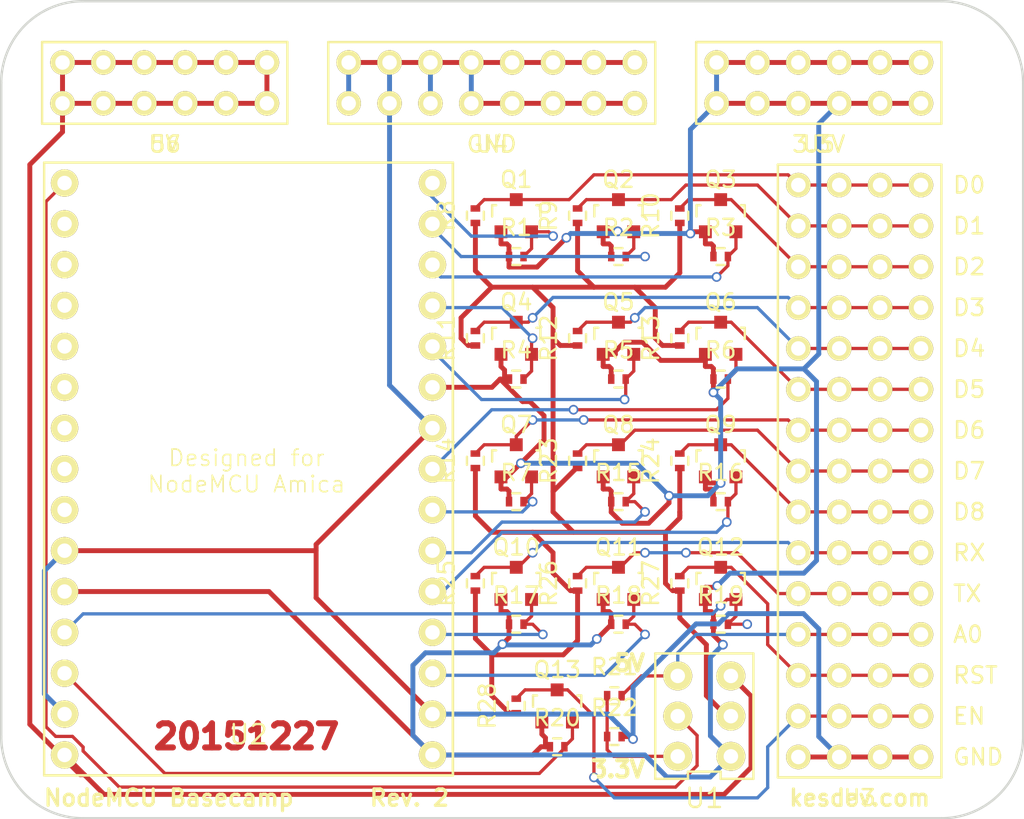
<source format=kicad_pcb>
(kicad_pcb (version 20171130) (host pcbnew "(5.1.12)-1")

  (general
    (thickness 1.6)
    (drawings 33)
    (tracks 560)
    (zones 0)
    (modules 47)
    (nets 34)
  )

  (page A4)
  (layers
    (0 F.Cu signal)
    (31 B.Cu signal)
    (32 B.Adhes user hide)
    (33 F.Adhes user hide)
    (34 B.Paste user hide)
    (35 F.Paste user hide)
    (36 B.SilkS user hide)
    (37 F.SilkS user hide)
    (38 B.Mask user hide)
    (39 F.Mask user hide)
    (40 Dwgs.User user hide)
    (41 Cmts.User user hide)
    (42 Eco1.User user hide)
    (43 Eco2.User user hide)
    (44 Edge.Cuts user)
    (45 Margin user hide)
    (46 B.CrtYd user hide)
    (47 F.CrtYd user hide)
    (48 B.Fab user hide)
    (49 F.Fab user hide)
  )

  (setup
    (last_trace_width 0.2032)
    (trace_clearance 0.2)
    (zone_clearance 0.508)
    (zone_45_only yes)
    (trace_min 0.2)
    (via_size 0.6)
    (via_drill 0.4)
    (via_min_size 0.4)
    (via_min_drill 0.3)
    (uvia_size 0.3)
    (uvia_drill 0.1)
    (uvias_allowed no)
    (uvia_min_size 0.2)
    (uvia_min_drill 0.1)
    (edge_width 0.15)
    (segment_width 0.2)
    (pcb_text_width 0.3)
    (pcb_text_size 1.5 1.5)
    (mod_edge_width 0.15)
    (mod_text_size 1 1)
    (mod_text_width 0.15)
    (pad_size 1.524 1.524)
    (pad_drill 0.762)
    (pad_to_mask_clearance 0)
    (aux_axis_origin 0 0)
    (visible_elements 7FFFFFFF)
    (pcbplotparams
      (layerselection 0x010e0_80000001)
      (usegerberextensions true)
      (usegerberattributes true)
      (usegerberadvancedattributes true)
      (creategerberjobfile true)
      (excludeedgelayer false)
      (linewidth 0.100000)
      (plotframeref false)
      (viasonmask false)
      (mode 1)
      (useauxorigin false)
      (hpglpennumber 1)
      (hpglpenspeed 20)
      (hpglpendiameter 15.000000)
      (psnegative false)
      (psa4output false)
      (plotreference false)
      (plotvalue false)
      (plotinvisibletext false)
      (padsonsilk false)
      (subtractmaskfromsilk false)
      (outputformat 1)
      (mirror false)
      (drillshape 0)
      (scaleselection 1)
      (outputdirectory "Outputs/"))
  )

  (net 0 "")
  (net 1 3V3)
  (net 2 D0_LV)
  (net 3 D1_LV)
  (net 4 5V)
  (net 5 A0_LV)
  (net 6 D2_LV)
  (net 7 D3_LV)
  (net 8 D4_LV)
  (net 9 D5_LV)
  (net 10 D6_LV)
  (net 11 D7_LV)
  (net 12 D8_LV)
  (net 13 RX_LV)
  (net 14 EN_LV)
  (net 15 TX_LV)
  (net 16 RST_LV)
  (net 17 RST_XV)
  (net 18 EN_XV)
  (net 19 A0_XV)
  (net 20 TX_XV)
  (net 21 RX_XV)
  (net 22 D8_XV)
  (net 23 D7_XV)
  (net 24 D6_XV)
  (net 25 D5_XV)
  (net 26 D4_XV)
  (net 27 D3_XV)
  (net 28 D2_XV)
  (net 29 D1_XV)
  (net 30 D0_XV)
  (net 31 OP_V)
  (net 32 Earth)
  (net 33 A0_STEPDOWN)

  (net_class Default "This is the default net class."
    (clearance 0.2)
    (trace_width 0.2032)
    (via_dia 0.6)
    (via_drill 0.4)
    (uvia_dia 0.3)
    (uvia_drill 0.1)
    (add_net A0_LV)
    (add_net A0_STEPDOWN)
    (add_net A0_XV)
    (add_net D0_LV)
    (add_net D0_XV)
    (add_net D1_LV)
    (add_net D1_XV)
    (add_net D2_LV)
    (add_net D2_XV)
    (add_net D3_LV)
    (add_net D3_XV)
    (add_net D4_LV)
    (add_net D4_XV)
    (add_net D5_LV)
    (add_net D5_XV)
    (add_net D6_LV)
    (add_net D6_XV)
    (add_net D7_LV)
    (add_net D7_XV)
    (add_net D8_LV)
    (add_net D8_XV)
    (add_net EN_LV)
    (add_net EN_XV)
    (add_net RST_LV)
    (add_net RST_XV)
    (add_net RX_LV)
    (add_net RX_XV)
    (add_net TX_LV)
    (add_net TX_XV)
  )

  (net_class Power ""
    (clearance 0.2)
    (trace_width 0.3048)
    (via_dia 0.6)
    (via_drill 0.4)
    (uvia_dia 0.3)
    (uvia_drill 0.1)
    (add_net 3V3)
    (add_net 5V)
    (add_net Earth)
    (add_net OP_V)
  )

  (module TO_SOT_Packages_SMD:SOT-23 (layer F.Cu) (tedit 553634F8) (tstamp 567DE8CE)
    (at 63.754 38.735)
    (descr "SOT-23, Standard")
    (tags SOT-23)
    (path /567E0619)
    (attr smd)
    (fp_text reference Q2 (at 0 -2.25) (layer F.SilkS)
      (effects (font (size 1 1) (thickness 0.15)))
    )
    (fp_text value BSS138 (at 0 2.3) (layer F.Fab)
      (effects (font (size 1 1) (thickness 0.15)))
    )
    (fp_line (start 1.49982 -0.65024) (end 1.49982 0.0508) (layer F.SilkS) (width 0.15))
    (fp_line (start 1.29916 -0.65024) (end 1.49982 -0.65024) (layer F.SilkS) (width 0.15))
    (fp_line (start -1.49982 -0.65024) (end -1.2509 -0.65024) (layer F.SilkS) (width 0.15))
    (fp_line (start -1.49982 0.0508) (end -1.49982 -0.65024) (layer F.SilkS) (width 0.15))
    (fp_line (start 1.29916 -0.65024) (end 1.2509 -0.65024) (layer F.SilkS) (width 0.15))
    (fp_line (start -1.65 1.6) (end -1.65 -1.6) (layer F.CrtYd) (width 0.05))
    (fp_line (start 1.65 1.6) (end -1.65 1.6) (layer F.CrtYd) (width 0.05))
    (fp_line (start 1.65 -1.6) (end 1.65 1.6) (layer F.CrtYd) (width 0.05))
    (fp_line (start -1.65 -1.6) (end 1.65 -1.6) (layer F.CrtYd) (width 0.05))
    (pad 1 smd rect (at -0.95 1.00076) (size 0.8001 0.8001) (layers F.Cu F.Paste F.Mask)
      (net 1 3V3))
    (pad 2 smd rect (at 0.95 1.00076) (size 0.8001 0.8001) (layers F.Cu F.Paste F.Mask)
      (net 3 D1_LV))
    (pad 3 smd rect (at 0 -0.99822) (size 0.8001 0.8001) (layers F.Cu F.Paste F.Mask)
      (net 29 D1_XV))
    (model TO_SOT_Packages_SMD.3dshapes/SOT-23.wrl
      (at (xyz 0 0 0))
      (scale (xyz 1 1 1))
      (rotate (xyz 0 0 0))
    )
  )

  (module Resistors_SMD:R_0402 (layer F.Cu) (tedit 5415CBB8) (tstamp 567DE8D4)
    (at 57.404 41.275)
    (descr "Resistor SMD 0402, reflow soldering, Vishay (see dcrcw.pdf)")
    (tags "resistor 0402")
    (path /567DD2D3)
    (attr smd)
    (fp_text reference R1 (at 0 -1.8) (layer F.SilkS)
      (effects (font (size 1 1) (thickness 0.15)))
    )
    (fp_text value 10K (at 0 1.8) (layer F.Fab)
      (effects (font (size 1 1) (thickness 0.15)))
    )
    (fp_line (start -0.25 0.525) (end 0.25 0.525) (layer F.SilkS) (width 0.15))
    (fp_line (start 0.25 -0.525) (end -0.25 -0.525) (layer F.SilkS) (width 0.15))
    (fp_line (start 0.95 -0.65) (end 0.95 0.65) (layer F.CrtYd) (width 0.05))
    (fp_line (start -0.95 -0.65) (end -0.95 0.65) (layer F.CrtYd) (width 0.05))
    (fp_line (start -0.95 0.65) (end 0.95 0.65) (layer F.CrtYd) (width 0.05))
    (fp_line (start -0.95 -0.65) (end 0.95 -0.65) (layer F.CrtYd) (width 0.05))
    (pad 1 smd rect (at -0.45 0) (size 0.4 0.6) (layers F.Cu F.Paste F.Mask)
      (net 1 3V3))
    (pad 2 smd rect (at 0.45 0) (size 0.4 0.6) (layers F.Cu F.Paste F.Mask)
      (net 2 D0_LV))
    (model Resistors_SMD.3dshapes/R_0402.wrl
      (at (xyz 0 0 0))
      (scale (xyz 1 1 1))
      (rotate (xyz 0 0 0))
    )
  )

  (module Resistors_SMD:R_0402 (layer F.Cu) (tedit 5415CBB8) (tstamp 567DE8DA)
    (at 63.754 41.275)
    (descr "Resistor SMD 0402, reflow soldering, Vishay (see dcrcw.pdf)")
    (tags "resistor 0402")
    (path /567E061F)
    (attr smd)
    (fp_text reference R2 (at 0 -1.8) (layer F.SilkS)
      (effects (font (size 1 1) (thickness 0.15)))
    )
    (fp_text value 10K (at 0 1.8) (layer F.Fab)
      (effects (font (size 1 1) (thickness 0.15)))
    )
    (fp_line (start -0.25 0.525) (end 0.25 0.525) (layer F.SilkS) (width 0.15))
    (fp_line (start 0.25 -0.525) (end -0.25 -0.525) (layer F.SilkS) (width 0.15))
    (fp_line (start 0.95 -0.65) (end 0.95 0.65) (layer F.CrtYd) (width 0.05))
    (fp_line (start -0.95 -0.65) (end -0.95 0.65) (layer F.CrtYd) (width 0.05))
    (fp_line (start -0.95 0.65) (end 0.95 0.65) (layer F.CrtYd) (width 0.05))
    (fp_line (start -0.95 -0.65) (end 0.95 -0.65) (layer F.CrtYd) (width 0.05))
    (pad 1 smd rect (at -0.45 0) (size 0.4 0.6) (layers F.Cu F.Paste F.Mask)
      (net 1 3V3))
    (pad 2 smd rect (at 0.45 0) (size 0.4 0.6) (layers F.Cu F.Paste F.Mask)
      (net 3 D1_LV))
    (model Resistors_SMD.3dshapes/R_0402.wrl
      (at (xyz 0 0 0))
      (scale (xyz 1 1 1))
      (rotate (xyz 0 0 0))
    )
  )

  (module Resistors_SMD:R_0402 (layer F.Cu) (tedit 5415CBB8) (tstamp 567DE8E0)
    (at 70.104 41.275)
    (descr "Resistor SMD 0402, reflow soldering, Vishay (see dcrcw.pdf)")
    (tags "resistor 0402")
    (path /567E06B7)
    (attr smd)
    (fp_text reference R3 (at 0 -1.8) (layer F.SilkS)
      (effects (font (size 1 1) (thickness 0.15)))
    )
    (fp_text value 10K (at 0 1.8) (layer F.Fab)
      (effects (font (size 1 1) (thickness 0.15)))
    )
    (fp_line (start -0.25 0.525) (end 0.25 0.525) (layer F.SilkS) (width 0.15))
    (fp_line (start 0.25 -0.525) (end -0.25 -0.525) (layer F.SilkS) (width 0.15))
    (fp_line (start 0.95 -0.65) (end 0.95 0.65) (layer F.CrtYd) (width 0.05))
    (fp_line (start -0.95 -0.65) (end -0.95 0.65) (layer F.CrtYd) (width 0.05))
    (fp_line (start -0.95 0.65) (end 0.95 0.65) (layer F.CrtYd) (width 0.05))
    (fp_line (start -0.95 -0.65) (end 0.95 -0.65) (layer F.CrtYd) (width 0.05))
    (pad 1 smd rect (at -0.45 0) (size 0.4 0.6) (layers F.Cu F.Paste F.Mask)
      (net 1 3V3))
    (pad 2 smd rect (at 0.45 0) (size 0.4 0.6) (layers F.Cu F.Paste F.Mask)
      (net 6 D2_LV))
    (model Resistors_SMD.3dshapes/R_0402.wrl
      (at (xyz 0 0 0))
      (scale (xyz 1 1 1))
      (rotate (xyz 0 0 0))
    )
  )

  (module Resistors_SMD:R_0402 (layer F.Cu) (tedit 5415CBB8) (tstamp 567DE8E6)
    (at 57.404 48.895)
    (descr "Resistor SMD 0402, reflow soldering, Vishay (see dcrcw.pdf)")
    (tags "resistor 0402")
    (path /567E07A0)
    (attr smd)
    (fp_text reference R4 (at 0 -1.8) (layer F.SilkS)
      (effects (font (size 1 1) (thickness 0.15)))
    )
    (fp_text value 10K (at 0 1.8) (layer F.Fab)
      (effects (font (size 1 1) (thickness 0.15)))
    )
    (fp_line (start -0.25 0.525) (end 0.25 0.525) (layer F.SilkS) (width 0.15))
    (fp_line (start 0.25 -0.525) (end -0.25 -0.525) (layer F.SilkS) (width 0.15))
    (fp_line (start 0.95 -0.65) (end 0.95 0.65) (layer F.CrtYd) (width 0.05))
    (fp_line (start -0.95 -0.65) (end -0.95 0.65) (layer F.CrtYd) (width 0.05))
    (fp_line (start -0.95 0.65) (end 0.95 0.65) (layer F.CrtYd) (width 0.05))
    (fp_line (start -0.95 -0.65) (end 0.95 -0.65) (layer F.CrtYd) (width 0.05))
    (pad 1 smd rect (at -0.45 0) (size 0.4 0.6) (layers F.Cu F.Paste F.Mask)
      (net 1 3V3))
    (pad 2 smd rect (at 0.45 0) (size 0.4 0.6) (layers F.Cu F.Paste F.Mask)
      (net 7 D3_LV))
    (model Resistors_SMD.3dshapes/R_0402.wrl
      (at (xyz 0 0 0))
      (scale (xyz 1 1 1))
      (rotate (xyz 0 0 0))
    )
  )

  (module TO_SOT_Packages_SMD:SOT-23 (layer F.Cu) (tedit 553634F8) (tstamp 0)
    (at 70.104 38.735)
    (descr "SOT-23, Standard")
    (tags SOT-23)
    (path /567E06B1)
    (attr smd)
    (fp_text reference Q3 (at 0 -2.25) (layer F.SilkS)
      (effects (font (size 1 1) (thickness 0.15)))
    )
    (fp_text value BSS138 (at 0 2.3) (layer F.Fab)
      (effects (font (size 1 1) (thickness 0.15)))
    )
    (fp_line (start 1.49982 -0.65024) (end 1.49982 0.0508) (layer F.SilkS) (width 0.15))
    (fp_line (start 1.29916 -0.65024) (end 1.49982 -0.65024) (layer F.SilkS) (width 0.15))
    (fp_line (start -1.49982 -0.65024) (end -1.2509 -0.65024) (layer F.SilkS) (width 0.15))
    (fp_line (start -1.49982 0.0508) (end -1.49982 -0.65024) (layer F.SilkS) (width 0.15))
    (fp_line (start 1.29916 -0.65024) (end 1.2509 -0.65024) (layer F.SilkS) (width 0.15))
    (fp_line (start -1.65 1.6) (end -1.65 -1.6) (layer F.CrtYd) (width 0.05))
    (fp_line (start 1.65 1.6) (end -1.65 1.6) (layer F.CrtYd) (width 0.05))
    (fp_line (start 1.65 -1.6) (end 1.65 1.6) (layer F.CrtYd) (width 0.05))
    (fp_line (start -1.65 -1.6) (end 1.65 -1.6) (layer F.CrtYd) (width 0.05))
    (pad 1 smd rect (at -0.95 1.00076) (size 0.8001 0.8001) (layers F.Cu F.Paste F.Mask)
      (net 1 3V3))
    (pad 2 smd rect (at 0.95 1.00076) (size 0.8001 0.8001) (layers F.Cu F.Paste F.Mask)
      (net 6 D2_LV))
    (pad 3 smd rect (at 0 -0.99822) (size 0.8001 0.8001) (layers F.Cu F.Paste F.Mask)
      (net 28 D2_XV))
    (model TO_SOT_Packages_SMD.3dshapes/SOT-23.wrl
      (at (xyz 0 0 0))
      (scale (xyz 1 1 1))
      (rotate (xyz 0 0 0))
    )
  )

  (module TO_SOT_Packages_SMD:SOT-23 (layer F.Cu) (tedit 553634F8) (tstamp 567E08A0)
    (at 57.404 46.355)
    (descr "SOT-23, Standard")
    (tags SOT-23)
    (path /567E079A)
    (attr smd)
    (fp_text reference Q4 (at 0 -2.25) (layer F.SilkS)
      (effects (font (size 1 1) (thickness 0.15)))
    )
    (fp_text value BSS138 (at 0 2.3) (layer F.Fab)
      (effects (font (size 1 1) (thickness 0.15)))
    )
    (fp_line (start 1.49982 -0.65024) (end 1.49982 0.0508) (layer F.SilkS) (width 0.15))
    (fp_line (start 1.29916 -0.65024) (end 1.49982 -0.65024) (layer F.SilkS) (width 0.15))
    (fp_line (start -1.49982 -0.65024) (end -1.2509 -0.65024) (layer F.SilkS) (width 0.15))
    (fp_line (start -1.49982 0.0508) (end -1.49982 -0.65024) (layer F.SilkS) (width 0.15))
    (fp_line (start 1.29916 -0.65024) (end 1.2509 -0.65024) (layer F.SilkS) (width 0.15))
    (fp_line (start -1.65 1.6) (end -1.65 -1.6) (layer F.CrtYd) (width 0.05))
    (fp_line (start 1.65 1.6) (end -1.65 1.6) (layer F.CrtYd) (width 0.05))
    (fp_line (start 1.65 -1.6) (end 1.65 1.6) (layer F.CrtYd) (width 0.05))
    (fp_line (start -1.65 -1.6) (end 1.65 -1.6) (layer F.CrtYd) (width 0.05))
    (pad 1 smd rect (at -0.95 1.00076) (size 0.8001 0.8001) (layers F.Cu F.Paste F.Mask)
      (net 1 3V3))
    (pad 2 smd rect (at 0.95 1.00076) (size 0.8001 0.8001) (layers F.Cu F.Paste F.Mask)
      (net 7 D3_LV))
    (pad 3 smd rect (at 0 -0.99822) (size 0.8001 0.8001) (layers F.Cu F.Paste F.Mask)
      (net 27 D3_XV))
    (model TO_SOT_Packages_SMD.3dshapes/SOT-23.wrl
      (at (xyz 0 0 0))
      (scale (xyz 1 1 1))
      (rotate (xyz 0 0 0))
    )
  )

  (module TO_SOT_Packages_SMD:SOT-23 (layer F.Cu) (tedit 553634F8) (tstamp 567E08B0)
    (at 63.754 46.355)
    (descr "SOT-23, Standard")
    (tags SOT-23)
    (path /567E0836)
    (attr smd)
    (fp_text reference Q5 (at 0 -2.25) (layer F.SilkS)
      (effects (font (size 1 1) (thickness 0.15)))
    )
    (fp_text value BSS138 (at 0 2.3) (layer F.Fab)
      (effects (font (size 1 1) (thickness 0.15)))
    )
    (fp_line (start 1.49982 -0.65024) (end 1.49982 0.0508) (layer F.SilkS) (width 0.15))
    (fp_line (start 1.29916 -0.65024) (end 1.49982 -0.65024) (layer F.SilkS) (width 0.15))
    (fp_line (start -1.49982 -0.65024) (end -1.2509 -0.65024) (layer F.SilkS) (width 0.15))
    (fp_line (start -1.49982 0.0508) (end -1.49982 -0.65024) (layer F.SilkS) (width 0.15))
    (fp_line (start 1.29916 -0.65024) (end 1.2509 -0.65024) (layer F.SilkS) (width 0.15))
    (fp_line (start -1.65 1.6) (end -1.65 -1.6) (layer F.CrtYd) (width 0.05))
    (fp_line (start 1.65 1.6) (end -1.65 1.6) (layer F.CrtYd) (width 0.05))
    (fp_line (start 1.65 -1.6) (end 1.65 1.6) (layer F.CrtYd) (width 0.05))
    (fp_line (start -1.65 -1.6) (end 1.65 -1.6) (layer F.CrtYd) (width 0.05))
    (pad 1 smd rect (at -0.95 1.00076) (size 0.8001 0.8001) (layers F.Cu F.Paste F.Mask)
      (net 1 3V3))
    (pad 2 smd rect (at 0.95 1.00076) (size 0.8001 0.8001) (layers F.Cu F.Paste F.Mask)
      (net 8 D4_LV))
    (pad 3 smd rect (at 0 -0.99822) (size 0.8001 0.8001) (layers F.Cu F.Paste F.Mask)
      (net 26 D4_XV))
    (model TO_SOT_Packages_SMD.3dshapes/SOT-23.wrl
      (at (xyz 0 0 0))
      (scale (xyz 1 1 1))
      (rotate (xyz 0 0 0))
    )
  )

  (module TO_SOT_Packages_SMD:SOT-23 (layer F.Cu) (tedit 553634F8) (tstamp 567E08C0)
    (at 70.104 46.355)
    (descr "SOT-23, Standard")
    (tags SOT-23)
    (path /567E104F)
    (attr smd)
    (fp_text reference Q6 (at 0 -2.25) (layer F.SilkS)
      (effects (font (size 1 1) (thickness 0.15)))
    )
    (fp_text value BSS138 (at 0 2.3) (layer F.Fab)
      (effects (font (size 1 1) (thickness 0.15)))
    )
    (fp_line (start 1.49982 -0.65024) (end 1.49982 0.0508) (layer F.SilkS) (width 0.15))
    (fp_line (start 1.29916 -0.65024) (end 1.49982 -0.65024) (layer F.SilkS) (width 0.15))
    (fp_line (start -1.49982 -0.65024) (end -1.2509 -0.65024) (layer F.SilkS) (width 0.15))
    (fp_line (start -1.49982 0.0508) (end -1.49982 -0.65024) (layer F.SilkS) (width 0.15))
    (fp_line (start 1.29916 -0.65024) (end 1.2509 -0.65024) (layer F.SilkS) (width 0.15))
    (fp_line (start -1.65 1.6) (end -1.65 -1.6) (layer F.CrtYd) (width 0.05))
    (fp_line (start 1.65 1.6) (end -1.65 1.6) (layer F.CrtYd) (width 0.05))
    (fp_line (start 1.65 -1.6) (end 1.65 1.6) (layer F.CrtYd) (width 0.05))
    (fp_line (start -1.65 -1.6) (end 1.65 -1.6) (layer F.CrtYd) (width 0.05))
    (pad 1 smd rect (at -0.95 1.00076) (size 0.8001 0.8001) (layers F.Cu F.Paste F.Mask)
      (net 1 3V3))
    (pad 2 smd rect (at 0.95 1.00076) (size 0.8001 0.8001) (layers F.Cu F.Paste F.Mask)
      (net 9 D5_LV))
    (pad 3 smd rect (at 0 -0.99822) (size 0.8001 0.8001) (layers F.Cu F.Paste F.Mask)
      (net 25 D5_XV))
    (model TO_SOT_Packages_SMD.3dshapes/SOT-23.wrl
      (at (xyz 0 0 0))
      (scale (xyz 1 1 1))
      (rotate (xyz 0 0 0))
    )
  )

  (module TO_SOT_Packages_SMD:SOT-23 (layer F.Cu) (tedit 553634F8) (tstamp 567E08D0)
    (at 57.404 53.975)
    (descr "SOT-23, Standard")
    (tags SOT-23)
    (path /567E107E)
    (attr smd)
    (fp_text reference Q7 (at 0 -2.25) (layer F.SilkS)
      (effects (font (size 1 1) (thickness 0.15)))
    )
    (fp_text value BSS138 (at 0 2.3) (layer F.Fab)
      (effects (font (size 1 1) (thickness 0.15)))
    )
    (fp_line (start 1.49982 -0.65024) (end 1.49982 0.0508) (layer F.SilkS) (width 0.15))
    (fp_line (start 1.29916 -0.65024) (end 1.49982 -0.65024) (layer F.SilkS) (width 0.15))
    (fp_line (start -1.49982 -0.65024) (end -1.2509 -0.65024) (layer F.SilkS) (width 0.15))
    (fp_line (start -1.49982 0.0508) (end -1.49982 -0.65024) (layer F.SilkS) (width 0.15))
    (fp_line (start 1.29916 -0.65024) (end 1.2509 -0.65024) (layer F.SilkS) (width 0.15))
    (fp_line (start -1.65 1.6) (end -1.65 -1.6) (layer F.CrtYd) (width 0.05))
    (fp_line (start 1.65 1.6) (end -1.65 1.6) (layer F.CrtYd) (width 0.05))
    (fp_line (start 1.65 -1.6) (end 1.65 1.6) (layer F.CrtYd) (width 0.05))
    (fp_line (start -1.65 -1.6) (end 1.65 -1.6) (layer F.CrtYd) (width 0.05))
    (pad 1 smd rect (at -0.95 1.00076) (size 0.8001 0.8001) (layers F.Cu F.Paste F.Mask)
      (net 1 3V3))
    (pad 2 smd rect (at 0.95 1.00076) (size 0.8001 0.8001) (layers F.Cu F.Paste F.Mask)
      (net 10 D6_LV))
    (pad 3 smd rect (at 0 -0.99822) (size 0.8001 0.8001) (layers F.Cu F.Paste F.Mask)
      (net 24 D6_XV))
    (model TO_SOT_Packages_SMD.3dshapes/SOT-23.wrl
      (at (xyz 0 0 0))
      (scale (xyz 1 1 1))
      (rotate (xyz 0 0 0))
    )
  )

  (module TO_SOT_Packages_SMD:SOT-23 (layer F.Cu) (tedit 553634F8) (tstamp 567E08E0)
    (at 63.754 53.975)
    (descr "SOT-23, Standard")
    (tags SOT-23)
    (path /567E10AD)
    (attr smd)
    (fp_text reference Q8 (at 0 -2.25) (layer F.SilkS)
      (effects (font (size 1 1) (thickness 0.15)))
    )
    (fp_text value BSS138 (at 0 2.3) (layer F.Fab)
      (effects (font (size 1 1) (thickness 0.15)))
    )
    (fp_line (start 1.49982 -0.65024) (end 1.49982 0.0508) (layer F.SilkS) (width 0.15))
    (fp_line (start 1.29916 -0.65024) (end 1.49982 -0.65024) (layer F.SilkS) (width 0.15))
    (fp_line (start -1.49982 -0.65024) (end -1.2509 -0.65024) (layer F.SilkS) (width 0.15))
    (fp_line (start -1.49982 0.0508) (end -1.49982 -0.65024) (layer F.SilkS) (width 0.15))
    (fp_line (start 1.29916 -0.65024) (end 1.2509 -0.65024) (layer F.SilkS) (width 0.15))
    (fp_line (start -1.65 1.6) (end -1.65 -1.6) (layer F.CrtYd) (width 0.05))
    (fp_line (start 1.65 1.6) (end -1.65 1.6) (layer F.CrtYd) (width 0.05))
    (fp_line (start 1.65 -1.6) (end 1.65 1.6) (layer F.CrtYd) (width 0.05))
    (fp_line (start -1.65 -1.6) (end 1.65 -1.6) (layer F.CrtYd) (width 0.05))
    (pad 1 smd rect (at -0.95 1.00076) (size 0.8001 0.8001) (layers F.Cu F.Paste F.Mask)
      (net 1 3V3))
    (pad 2 smd rect (at 0.95 1.00076) (size 0.8001 0.8001) (layers F.Cu F.Paste F.Mask)
      (net 11 D7_LV))
    (pad 3 smd rect (at 0 -0.99822) (size 0.8001 0.8001) (layers F.Cu F.Paste F.Mask)
      (net 23 D7_XV))
    (model TO_SOT_Packages_SMD.3dshapes/SOT-23.wrl
      (at (xyz 0 0 0))
      (scale (xyz 1 1 1))
      (rotate (xyz 0 0 0))
    )
  )

  (module TO_SOT_Packages_SMD:SOT-23 (layer F.Cu) (tedit 553634F8) (tstamp 567E08F0)
    (at 70.104 53.975)
    (descr "SOT-23, Standard")
    (tags SOT-23)
    (path /567E10DC)
    (attr smd)
    (fp_text reference Q9 (at 0 -2.25) (layer F.SilkS)
      (effects (font (size 1 1) (thickness 0.15)))
    )
    (fp_text value BSS138 (at 0 2.3) (layer F.Fab)
      (effects (font (size 1 1) (thickness 0.15)))
    )
    (fp_line (start 1.49982 -0.65024) (end 1.49982 0.0508) (layer F.SilkS) (width 0.15))
    (fp_line (start 1.29916 -0.65024) (end 1.49982 -0.65024) (layer F.SilkS) (width 0.15))
    (fp_line (start -1.49982 -0.65024) (end -1.2509 -0.65024) (layer F.SilkS) (width 0.15))
    (fp_line (start -1.49982 0.0508) (end -1.49982 -0.65024) (layer F.SilkS) (width 0.15))
    (fp_line (start 1.29916 -0.65024) (end 1.2509 -0.65024) (layer F.SilkS) (width 0.15))
    (fp_line (start -1.65 1.6) (end -1.65 -1.6) (layer F.CrtYd) (width 0.05))
    (fp_line (start 1.65 1.6) (end -1.65 1.6) (layer F.CrtYd) (width 0.05))
    (fp_line (start 1.65 -1.6) (end 1.65 1.6) (layer F.CrtYd) (width 0.05))
    (fp_line (start -1.65 -1.6) (end 1.65 -1.6) (layer F.CrtYd) (width 0.05))
    (pad 1 smd rect (at -0.95 1.00076) (size 0.8001 0.8001) (layers F.Cu F.Paste F.Mask)
      (net 1 3V3))
    (pad 2 smd rect (at 0.95 1.00076) (size 0.8001 0.8001) (layers F.Cu F.Paste F.Mask)
      (net 12 D8_LV))
    (pad 3 smd rect (at 0 -0.99822) (size 0.8001 0.8001) (layers F.Cu F.Paste F.Mask)
      (net 22 D8_XV))
    (model TO_SOT_Packages_SMD.3dshapes/SOT-23.wrl
      (at (xyz 0 0 0))
      (scale (xyz 1 1 1))
      (rotate (xyz 0 0 0))
    )
  )

  (module TO_SOT_Packages_SMD:SOT-23 (layer F.Cu) (tedit 553634F8) (tstamp 0)
    (at 57.404 61.595)
    (descr "SOT-23, Standard")
    (tags SOT-23)
    (path /567E110B)
    (attr smd)
    (fp_text reference Q10 (at 0 -2.25) (layer F.SilkS)
      (effects (font (size 1 1) (thickness 0.15)))
    )
    (fp_text value BSS138 (at 0 2.3) (layer F.Fab)
      (effects (font (size 1 1) (thickness 0.15)))
    )
    (fp_line (start 1.49982 -0.65024) (end 1.49982 0.0508) (layer F.SilkS) (width 0.15))
    (fp_line (start 1.29916 -0.65024) (end 1.49982 -0.65024) (layer F.SilkS) (width 0.15))
    (fp_line (start -1.49982 -0.65024) (end -1.2509 -0.65024) (layer F.SilkS) (width 0.15))
    (fp_line (start -1.49982 0.0508) (end -1.49982 -0.65024) (layer F.SilkS) (width 0.15))
    (fp_line (start 1.29916 -0.65024) (end 1.2509 -0.65024) (layer F.SilkS) (width 0.15))
    (fp_line (start -1.65 1.6) (end -1.65 -1.6) (layer F.CrtYd) (width 0.05))
    (fp_line (start 1.65 1.6) (end -1.65 1.6) (layer F.CrtYd) (width 0.05))
    (fp_line (start 1.65 -1.6) (end 1.65 1.6) (layer F.CrtYd) (width 0.05))
    (fp_line (start -1.65 -1.6) (end 1.65 -1.6) (layer F.CrtYd) (width 0.05))
    (pad 1 smd rect (at -0.95 1.00076) (size 0.8001 0.8001) (layers F.Cu F.Paste F.Mask)
      (net 1 3V3))
    (pad 2 smd rect (at 0.95 1.00076) (size 0.8001 0.8001) (layers F.Cu F.Paste F.Mask)
      (net 13 RX_LV))
    (pad 3 smd rect (at 0 -0.99822) (size 0.8001 0.8001) (layers F.Cu F.Paste F.Mask)
      (net 21 RX_XV))
    (model TO_SOT_Packages_SMD.3dshapes/SOT-23.wrl
      (at (xyz 0 0 0))
      (scale (xyz 1 1 1))
      (rotate (xyz 0 0 0))
    )
  )

  (module TO_SOT_Packages_SMD:SOT-23 (layer F.Cu) (tedit 553634F8) (tstamp 0)
    (at 63.754 61.595)
    (descr "SOT-23, Standard")
    (tags SOT-23)
    (path /567E5A58)
    (attr smd)
    (fp_text reference Q11 (at 0 -2.25) (layer F.SilkS)
      (effects (font (size 1 1) (thickness 0.15)))
    )
    (fp_text value BSS138 (at 0 2.3) (layer F.Fab)
      (effects (font (size 1 1) (thickness 0.15)))
    )
    (fp_line (start 1.49982 -0.65024) (end 1.49982 0.0508) (layer F.SilkS) (width 0.15))
    (fp_line (start 1.29916 -0.65024) (end 1.49982 -0.65024) (layer F.SilkS) (width 0.15))
    (fp_line (start -1.49982 -0.65024) (end -1.2509 -0.65024) (layer F.SilkS) (width 0.15))
    (fp_line (start -1.49982 0.0508) (end -1.49982 -0.65024) (layer F.SilkS) (width 0.15))
    (fp_line (start 1.29916 -0.65024) (end 1.2509 -0.65024) (layer F.SilkS) (width 0.15))
    (fp_line (start -1.65 1.6) (end -1.65 -1.6) (layer F.CrtYd) (width 0.05))
    (fp_line (start 1.65 1.6) (end -1.65 1.6) (layer F.CrtYd) (width 0.05))
    (fp_line (start 1.65 -1.6) (end 1.65 1.6) (layer F.CrtYd) (width 0.05))
    (fp_line (start -1.65 -1.6) (end 1.65 -1.6) (layer F.CrtYd) (width 0.05))
    (pad 1 smd rect (at -0.95 1.00076) (size 0.8001 0.8001) (layers F.Cu F.Paste F.Mask)
      (net 1 3V3))
    (pad 2 smd rect (at 0.95 1.00076) (size 0.8001 0.8001) (layers F.Cu F.Paste F.Mask)
      (net 15 TX_LV))
    (pad 3 smd rect (at 0 -0.99822) (size 0.8001 0.8001) (layers F.Cu F.Paste F.Mask)
      (net 20 TX_XV))
    (model TO_SOT_Packages_SMD.3dshapes/SOT-23.wrl
      (at (xyz 0 0 0))
      (scale (xyz 1 1 1))
      (rotate (xyz 0 0 0))
    )
  )

  (module TO_SOT_Packages_SMD:SOT-23 (layer F.Cu) (tedit 553634F8) (tstamp 0)
    (at 70.104 61.595)
    (descr "SOT-23, Standard")
    (tags SOT-23)
    (path /567E5A87)
    (attr smd)
    (fp_text reference Q12 (at 0 -2.25) (layer F.SilkS)
      (effects (font (size 1 1) (thickness 0.15)))
    )
    (fp_text value BSS138 (at 0 2.3) (layer F.Fab)
      (effects (font (size 1 1) (thickness 0.15)))
    )
    (fp_line (start 1.49982 -0.65024) (end 1.49982 0.0508) (layer F.SilkS) (width 0.15))
    (fp_line (start 1.29916 -0.65024) (end 1.49982 -0.65024) (layer F.SilkS) (width 0.15))
    (fp_line (start -1.49982 -0.65024) (end -1.2509 -0.65024) (layer F.SilkS) (width 0.15))
    (fp_line (start -1.49982 0.0508) (end -1.49982 -0.65024) (layer F.SilkS) (width 0.15))
    (fp_line (start 1.29916 -0.65024) (end 1.2509 -0.65024) (layer F.SilkS) (width 0.15))
    (fp_line (start -1.65 1.6) (end -1.65 -1.6) (layer F.CrtYd) (width 0.05))
    (fp_line (start 1.65 1.6) (end -1.65 1.6) (layer F.CrtYd) (width 0.05))
    (fp_line (start 1.65 -1.6) (end 1.65 1.6) (layer F.CrtYd) (width 0.05))
    (fp_line (start -1.65 -1.6) (end 1.65 -1.6) (layer F.CrtYd) (width 0.05))
    (pad 1 smd rect (at -0.95 1.00076) (size 0.8001 0.8001) (layers F.Cu F.Paste F.Mask)
      (net 1 3V3))
    (pad 2 smd rect (at 0.95 1.00076) (size 0.8001 0.8001) (layers F.Cu F.Paste F.Mask)
      (net 14 EN_LV))
    (pad 3 smd rect (at 0 -0.99822) (size 0.8001 0.8001) (layers F.Cu F.Paste F.Mask)
      (net 18 EN_XV))
    (model TO_SOT_Packages_SMD.3dshapes/SOT-23.wrl
      (at (xyz 0 0 0))
      (scale (xyz 1 1 1))
      (rotate (xyz 0 0 0))
    )
  )

  (module TO_SOT_Packages_SMD:SOT-23 (layer F.Cu) (tedit 553634F8) (tstamp 0)
    (at 59.944 69.215)
    (descr "SOT-23, Standard")
    (tags SOT-23)
    (path /567E5AB6)
    (attr smd)
    (fp_text reference Q13 (at 0 -2.25) (layer F.SilkS)
      (effects (font (size 1 1) (thickness 0.15)))
    )
    (fp_text value BSS138 (at 0 2.3) (layer F.Fab)
      (effects (font (size 1 1) (thickness 0.15)))
    )
    (fp_line (start 1.49982 -0.65024) (end 1.49982 0.0508) (layer F.SilkS) (width 0.15))
    (fp_line (start 1.29916 -0.65024) (end 1.49982 -0.65024) (layer F.SilkS) (width 0.15))
    (fp_line (start -1.49982 -0.65024) (end -1.2509 -0.65024) (layer F.SilkS) (width 0.15))
    (fp_line (start -1.49982 0.0508) (end -1.49982 -0.65024) (layer F.SilkS) (width 0.15))
    (fp_line (start 1.29916 -0.65024) (end 1.2509 -0.65024) (layer F.SilkS) (width 0.15))
    (fp_line (start -1.65 1.6) (end -1.65 -1.6) (layer F.CrtYd) (width 0.05))
    (fp_line (start 1.65 1.6) (end -1.65 1.6) (layer F.CrtYd) (width 0.05))
    (fp_line (start 1.65 -1.6) (end 1.65 1.6) (layer F.CrtYd) (width 0.05))
    (fp_line (start -1.65 -1.6) (end 1.65 -1.6) (layer F.CrtYd) (width 0.05))
    (pad 1 smd rect (at -0.95 1.00076) (size 0.8001 0.8001) (layers F.Cu F.Paste F.Mask)
      (net 1 3V3))
    (pad 2 smd rect (at 0.95 1.00076) (size 0.8001 0.8001) (layers F.Cu F.Paste F.Mask)
      (net 16 RST_LV))
    (pad 3 smd rect (at 0 -0.99822) (size 0.8001 0.8001) (layers F.Cu F.Paste F.Mask)
      (net 17 RST_XV))
    (model TO_SOT_Packages_SMD.3dshapes/SOT-23.wrl
      (at (xyz 0 0 0))
      (scale (xyz 1 1 1))
      (rotate (xyz 0 0 0))
    )
  )

  (module Resistors_SMD:R_0402 (layer F.Cu) (tedit 5415CBB8) (tstamp 567E093C)
    (at 63.754 48.895)
    (descr "Resistor SMD 0402, reflow soldering, Vishay (see dcrcw.pdf)")
    (tags "resistor 0402")
    (path /567E083C)
    (attr smd)
    (fp_text reference R5 (at 0 -1.8) (layer F.SilkS)
      (effects (font (size 1 1) (thickness 0.15)))
    )
    (fp_text value 10K (at 0 1.8) (layer F.Fab)
      (effects (font (size 1 1) (thickness 0.15)))
    )
    (fp_line (start -0.25 0.525) (end 0.25 0.525) (layer F.SilkS) (width 0.15))
    (fp_line (start 0.25 -0.525) (end -0.25 -0.525) (layer F.SilkS) (width 0.15))
    (fp_line (start 0.95 -0.65) (end 0.95 0.65) (layer F.CrtYd) (width 0.05))
    (fp_line (start -0.95 -0.65) (end -0.95 0.65) (layer F.CrtYd) (width 0.05))
    (fp_line (start -0.95 0.65) (end 0.95 0.65) (layer F.CrtYd) (width 0.05))
    (fp_line (start -0.95 -0.65) (end 0.95 -0.65) (layer F.CrtYd) (width 0.05))
    (pad 1 smd rect (at -0.45 0) (size 0.4 0.6) (layers F.Cu F.Paste F.Mask)
      (net 1 3V3))
    (pad 2 smd rect (at 0.45 0) (size 0.4 0.6) (layers F.Cu F.Paste F.Mask)
      (net 8 D4_LV))
    (model Resistors_SMD.3dshapes/R_0402.wrl
      (at (xyz 0 0 0))
      (scale (xyz 1 1 1))
      (rotate (xyz 0 0 0))
    )
  )

  (module Resistors_SMD:R_0402 (layer F.Cu) (tedit 5415CBB8) (tstamp 0)
    (at 70.104 48.895)
    (descr "Resistor SMD 0402, reflow soldering, Vishay (see dcrcw.pdf)")
    (tags "resistor 0402")
    (path /567E1055)
    (attr smd)
    (fp_text reference R6 (at 0 -1.8) (layer F.SilkS)
      (effects (font (size 1 1) (thickness 0.15)))
    )
    (fp_text value 10K (at 0 1.8) (layer F.Fab)
      (effects (font (size 1 1) (thickness 0.15)))
    )
    (fp_line (start -0.25 0.525) (end 0.25 0.525) (layer F.SilkS) (width 0.15))
    (fp_line (start 0.25 -0.525) (end -0.25 -0.525) (layer F.SilkS) (width 0.15))
    (fp_line (start 0.95 -0.65) (end 0.95 0.65) (layer F.CrtYd) (width 0.05))
    (fp_line (start -0.95 -0.65) (end -0.95 0.65) (layer F.CrtYd) (width 0.05))
    (fp_line (start -0.95 0.65) (end 0.95 0.65) (layer F.CrtYd) (width 0.05))
    (fp_line (start -0.95 -0.65) (end 0.95 -0.65) (layer F.CrtYd) (width 0.05))
    (pad 1 smd rect (at -0.45 0) (size 0.4 0.6) (layers F.Cu F.Paste F.Mask)
      (net 1 3V3))
    (pad 2 smd rect (at 0.45 0) (size 0.4 0.6) (layers F.Cu F.Paste F.Mask)
      (net 9 D5_LV))
    (model Resistors_SMD.3dshapes/R_0402.wrl
      (at (xyz 0 0 0))
      (scale (xyz 1 1 1))
      (rotate (xyz 0 0 0))
    )
  )

  (module Resistors_SMD:R_0402 (layer F.Cu) (tedit 5415CBB8) (tstamp 0)
    (at 57.404 56.515)
    (descr "Resistor SMD 0402, reflow soldering, Vishay (see dcrcw.pdf)")
    (tags "resistor 0402")
    (path /567E1084)
    (attr smd)
    (fp_text reference R7 (at 0 -1.8) (layer F.SilkS)
      (effects (font (size 1 1) (thickness 0.15)))
    )
    (fp_text value 10K (at 0 1.8) (layer F.Fab)
      (effects (font (size 1 1) (thickness 0.15)))
    )
    (fp_line (start -0.25 0.525) (end 0.25 0.525) (layer F.SilkS) (width 0.15))
    (fp_line (start 0.25 -0.525) (end -0.25 -0.525) (layer F.SilkS) (width 0.15))
    (fp_line (start 0.95 -0.65) (end 0.95 0.65) (layer F.CrtYd) (width 0.05))
    (fp_line (start -0.95 -0.65) (end -0.95 0.65) (layer F.CrtYd) (width 0.05))
    (fp_line (start -0.95 0.65) (end 0.95 0.65) (layer F.CrtYd) (width 0.05))
    (fp_line (start -0.95 -0.65) (end 0.95 -0.65) (layer F.CrtYd) (width 0.05))
    (pad 1 smd rect (at -0.45 0) (size 0.4 0.6) (layers F.Cu F.Paste F.Mask)
      (net 1 3V3))
    (pad 2 smd rect (at 0.45 0) (size 0.4 0.6) (layers F.Cu F.Paste F.Mask)
      (net 10 D6_LV))
    (model Resistors_SMD.3dshapes/R_0402.wrl
      (at (xyz 0 0 0))
      (scale (xyz 1 1 1))
      (rotate (xyz 0 0 0))
    )
  )

  (module Resistors_SMD:R_0402 (layer F.Cu) (tedit 5415CBB8) (tstamp 0)
    (at 54.864 38.735 90)
    (descr "Resistor SMD 0402, reflow soldering, Vishay (see dcrcw.pdf)")
    (tags "resistor 0402")
    (path /567DD42C)
    (attr smd)
    (fp_text reference R8 (at 0 -1.8 90) (layer F.SilkS)
      (effects (font (size 1 1) (thickness 0.15)))
    )
    (fp_text value 10K (at 0 1.8 90) (layer F.Fab)
      (effects (font (size 1 1) (thickness 0.15)))
    )
    (fp_line (start -0.25 0.525) (end 0.25 0.525) (layer F.SilkS) (width 0.15))
    (fp_line (start 0.25 -0.525) (end -0.25 -0.525) (layer F.SilkS) (width 0.15))
    (fp_line (start 0.95 -0.65) (end 0.95 0.65) (layer F.CrtYd) (width 0.05))
    (fp_line (start -0.95 -0.65) (end -0.95 0.65) (layer F.CrtYd) (width 0.05))
    (fp_line (start -0.95 0.65) (end 0.95 0.65) (layer F.CrtYd) (width 0.05))
    (fp_line (start -0.95 -0.65) (end 0.95 -0.65) (layer F.CrtYd) (width 0.05))
    (pad 1 smd rect (at -0.45 0 90) (size 0.4 0.6) (layers F.Cu F.Paste F.Mask)
      (net 31 OP_V))
    (pad 2 smd rect (at 0.45 0 90) (size 0.4 0.6) (layers F.Cu F.Paste F.Mask)
      (net 30 D0_XV))
    (model Resistors_SMD.3dshapes/R_0402.wrl
      (at (xyz 0 0 0))
      (scale (xyz 1 1 1))
      (rotate (xyz 0 0 0))
    )
  )

  (module Resistors_SMD:R_0402 (layer F.Cu) (tedit 5415CBB8) (tstamp 567E096C)
    (at 61.214 38.735 90)
    (descr "Resistor SMD 0402, reflow soldering, Vishay (see dcrcw.pdf)")
    (tags "resistor 0402")
    (path /567E0625)
    (attr smd)
    (fp_text reference R9 (at 0 -1.8 90) (layer F.SilkS)
      (effects (font (size 1 1) (thickness 0.15)))
    )
    (fp_text value 10K (at 0 1.8 90) (layer F.Fab)
      (effects (font (size 1 1) (thickness 0.15)))
    )
    (fp_line (start -0.25 0.525) (end 0.25 0.525) (layer F.SilkS) (width 0.15))
    (fp_line (start 0.25 -0.525) (end -0.25 -0.525) (layer F.SilkS) (width 0.15))
    (fp_line (start 0.95 -0.65) (end 0.95 0.65) (layer F.CrtYd) (width 0.05))
    (fp_line (start -0.95 -0.65) (end -0.95 0.65) (layer F.CrtYd) (width 0.05))
    (fp_line (start -0.95 0.65) (end 0.95 0.65) (layer F.CrtYd) (width 0.05))
    (fp_line (start -0.95 -0.65) (end 0.95 -0.65) (layer F.CrtYd) (width 0.05))
    (pad 1 smd rect (at -0.45 0 90) (size 0.4 0.6) (layers F.Cu F.Paste F.Mask)
      (net 31 OP_V))
    (pad 2 smd rect (at 0.45 0 90) (size 0.4 0.6) (layers F.Cu F.Paste F.Mask)
      (net 29 D1_XV))
    (model Resistors_SMD.3dshapes/R_0402.wrl
      (at (xyz 0 0 0))
      (scale (xyz 1 1 1))
      (rotate (xyz 0 0 0))
    )
  )

  (module Resistors_SMD:R_0402 (layer F.Cu) (tedit 5415CBB8) (tstamp 0)
    (at 67.564 38.735 90)
    (descr "Resistor SMD 0402, reflow soldering, Vishay (see dcrcw.pdf)")
    (tags "resistor 0402")
    (path /567E06BD)
    (attr smd)
    (fp_text reference R10 (at 0 -1.8 90) (layer F.SilkS)
      (effects (font (size 1 1) (thickness 0.15)))
    )
    (fp_text value 10K (at 0 1.8 90) (layer F.Fab)
      (effects (font (size 1 1) (thickness 0.15)))
    )
    (fp_line (start -0.25 0.525) (end 0.25 0.525) (layer F.SilkS) (width 0.15))
    (fp_line (start 0.25 -0.525) (end -0.25 -0.525) (layer F.SilkS) (width 0.15))
    (fp_line (start 0.95 -0.65) (end 0.95 0.65) (layer F.CrtYd) (width 0.05))
    (fp_line (start -0.95 -0.65) (end -0.95 0.65) (layer F.CrtYd) (width 0.05))
    (fp_line (start -0.95 0.65) (end 0.95 0.65) (layer F.CrtYd) (width 0.05))
    (fp_line (start -0.95 -0.65) (end 0.95 -0.65) (layer F.CrtYd) (width 0.05))
    (pad 1 smd rect (at -0.45 0 90) (size 0.4 0.6) (layers F.Cu F.Paste F.Mask)
      (net 31 OP_V))
    (pad 2 smd rect (at 0.45 0 90) (size 0.4 0.6) (layers F.Cu F.Paste F.Mask)
      (net 28 D2_XV))
    (model Resistors_SMD.3dshapes/R_0402.wrl
      (at (xyz 0 0 0))
      (scale (xyz 1 1 1))
      (rotate (xyz 0 0 0))
    )
  )

  (module Resistors_SMD:R_0402 (layer F.Cu) (tedit 5415CBB8) (tstamp 0)
    (at 54.864 46.355 90)
    (descr "Resistor SMD 0402, reflow soldering, Vishay (see dcrcw.pdf)")
    (tags "resistor 0402")
    (path /567E07A6)
    (attr smd)
    (fp_text reference R11 (at 0 -1.8 90) (layer F.SilkS)
      (effects (font (size 1 1) (thickness 0.15)))
    )
    (fp_text value 10K (at 0 1.8 90) (layer F.Fab)
      (effects (font (size 1 1) (thickness 0.15)))
    )
    (fp_line (start -0.25 0.525) (end 0.25 0.525) (layer F.SilkS) (width 0.15))
    (fp_line (start 0.25 -0.525) (end -0.25 -0.525) (layer F.SilkS) (width 0.15))
    (fp_line (start 0.95 -0.65) (end 0.95 0.65) (layer F.CrtYd) (width 0.05))
    (fp_line (start -0.95 -0.65) (end -0.95 0.65) (layer F.CrtYd) (width 0.05))
    (fp_line (start -0.95 0.65) (end 0.95 0.65) (layer F.CrtYd) (width 0.05))
    (fp_line (start -0.95 -0.65) (end 0.95 -0.65) (layer F.CrtYd) (width 0.05))
    (pad 1 smd rect (at -0.45 0 90) (size 0.4 0.6) (layers F.Cu F.Paste F.Mask)
      (net 31 OP_V))
    (pad 2 smd rect (at 0.45 0 90) (size 0.4 0.6) (layers F.Cu F.Paste F.Mask)
      (net 27 D3_XV))
    (model Resistors_SMD.3dshapes/R_0402.wrl
      (at (xyz 0 0 0))
      (scale (xyz 1 1 1))
      (rotate (xyz 0 0 0))
    )
  )

  (module Resistors_SMD:R_0402 (layer F.Cu) (tedit 5415CBB8) (tstamp 0)
    (at 61.214 46.355 90)
    (descr "Resistor SMD 0402, reflow soldering, Vishay (see dcrcw.pdf)")
    (tags "resistor 0402")
    (path /567E0842)
    (attr smd)
    (fp_text reference R12 (at 0 -1.8 90) (layer F.SilkS)
      (effects (font (size 1 1) (thickness 0.15)))
    )
    (fp_text value 10K (at 0 1.8 90) (layer F.Fab)
      (effects (font (size 1 1) (thickness 0.15)))
    )
    (fp_line (start -0.25 0.525) (end 0.25 0.525) (layer F.SilkS) (width 0.15))
    (fp_line (start 0.25 -0.525) (end -0.25 -0.525) (layer F.SilkS) (width 0.15))
    (fp_line (start 0.95 -0.65) (end 0.95 0.65) (layer F.CrtYd) (width 0.05))
    (fp_line (start -0.95 -0.65) (end -0.95 0.65) (layer F.CrtYd) (width 0.05))
    (fp_line (start -0.95 0.65) (end 0.95 0.65) (layer F.CrtYd) (width 0.05))
    (fp_line (start -0.95 -0.65) (end 0.95 -0.65) (layer F.CrtYd) (width 0.05))
    (pad 1 smd rect (at -0.45 0 90) (size 0.4 0.6) (layers F.Cu F.Paste F.Mask)
      (net 31 OP_V))
    (pad 2 smd rect (at 0.45 0 90) (size 0.4 0.6) (layers F.Cu F.Paste F.Mask)
      (net 26 D4_XV))
    (model Resistors_SMD.3dshapes/R_0402.wrl
      (at (xyz 0 0 0))
      (scale (xyz 1 1 1))
      (rotate (xyz 0 0 0))
    )
  )

  (module Resistors_SMD:R_0402 (layer F.Cu) (tedit 5415CBB8) (tstamp 567E099C)
    (at 67.564 46.355 90)
    (descr "Resistor SMD 0402, reflow soldering, Vishay (see dcrcw.pdf)")
    (tags "resistor 0402")
    (path /567E105B)
    (attr smd)
    (fp_text reference R13 (at 0 -1.8 90) (layer F.SilkS)
      (effects (font (size 1 1) (thickness 0.15)))
    )
    (fp_text value 10K (at 0 1.8 90) (layer F.Fab)
      (effects (font (size 1 1) (thickness 0.15)))
    )
    (fp_line (start -0.25 0.525) (end 0.25 0.525) (layer F.SilkS) (width 0.15))
    (fp_line (start 0.25 -0.525) (end -0.25 -0.525) (layer F.SilkS) (width 0.15))
    (fp_line (start 0.95 -0.65) (end 0.95 0.65) (layer F.CrtYd) (width 0.05))
    (fp_line (start -0.95 -0.65) (end -0.95 0.65) (layer F.CrtYd) (width 0.05))
    (fp_line (start -0.95 0.65) (end 0.95 0.65) (layer F.CrtYd) (width 0.05))
    (fp_line (start -0.95 -0.65) (end 0.95 -0.65) (layer F.CrtYd) (width 0.05))
    (pad 1 smd rect (at -0.45 0 90) (size 0.4 0.6) (layers F.Cu F.Paste F.Mask)
      (net 31 OP_V))
    (pad 2 smd rect (at 0.45 0 90) (size 0.4 0.6) (layers F.Cu F.Paste F.Mask)
      (net 25 D5_XV))
    (model Resistors_SMD.3dshapes/R_0402.wrl
      (at (xyz 0 0 0))
      (scale (xyz 1 1 1))
      (rotate (xyz 0 0 0))
    )
  )

  (module Resistors_SMD:R_0402 (layer F.Cu) (tedit 5415CBB8) (tstamp 567E09A8)
    (at 54.864 53.975 90)
    (descr "Resistor SMD 0402, reflow soldering, Vishay (see dcrcw.pdf)")
    (tags "resistor 0402")
    (path /567E108A)
    (attr smd)
    (fp_text reference R14 (at 0 -1.8 90) (layer F.SilkS)
      (effects (font (size 1 1) (thickness 0.15)))
    )
    (fp_text value 10K (at 0 1.8 90) (layer F.Fab)
      (effects (font (size 1 1) (thickness 0.15)))
    )
    (fp_line (start -0.25 0.525) (end 0.25 0.525) (layer F.SilkS) (width 0.15))
    (fp_line (start 0.25 -0.525) (end -0.25 -0.525) (layer F.SilkS) (width 0.15))
    (fp_line (start 0.95 -0.65) (end 0.95 0.65) (layer F.CrtYd) (width 0.05))
    (fp_line (start -0.95 -0.65) (end -0.95 0.65) (layer F.CrtYd) (width 0.05))
    (fp_line (start -0.95 0.65) (end 0.95 0.65) (layer F.CrtYd) (width 0.05))
    (fp_line (start -0.95 -0.65) (end 0.95 -0.65) (layer F.CrtYd) (width 0.05))
    (pad 1 smd rect (at -0.45 0 90) (size 0.4 0.6) (layers F.Cu F.Paste F.Mask)
      (net 31 OP_V))
    (pad 2 smd rect (at 0.45 0 90) (size 0.4 0.6) (layers F.Cu F.Paste F.Mask)
      (net 24 D6_XV))
    (model Resistors_SMD.3dshapes/R_0402.wrl
      (at (xyz 0 0 0))
      (scale (xyz 1 1 1))
      (rotate (xyz 0 0 0))
    )
  )

  (module Resistors_SMD:R_0402 (layer F.Cu) (tedit 5415CBB8) (tstamp 567E09B4)
    (at 63.754 56.515)
    (descr "Resistor SMD 0402, reflow soldering, Vishay (see dcrcw.pdf)")
    (tags "resistor 0402")
    (path /567E10B3)
    (attr smd)
    (fp_text reference R15 (at 0 -1.8) (layer F.SilkS)
      (effects (font (size 1 1) (thickness 0.15)))
    )
    (fp_text value 10K (at 0 1.8) (layer F.Fab)
      (effects (font (size 1 1) (thickness 0.15)))
    )
    (fp_line (start -0.25 0.525) (end 0.25 0.525) (layer F.SilkS) (width 0.15))
    (fp_line (start 0.25 -0.525) (end -0.25 -0.525) (layer F.SilkS) (width 0.15))
    (fp_line (start 0.95 -0.65) (end 0.95 0.65) (layer F.CrtYd) (width 0.05))
    (fp_line (start -0.95 -0.65) (end -0.95 0.65) (layer F.CrtYd) (width 0.05))
    (fp_line (start -0.95 0.65) (end 0.95 0.65) (layer F.CrtYd) (width 0.05))
    (fp_line (start -0.95 -0.65) (end 0.95 -0.65) (layer F.CrtYd) (width 0.05))
    (pad 1 smd rect (at -0.45 0) (size 0.4 0.6) (layers F.Cu F.Paste F.Mask)
      (net 1 3V3))
    (pad 2 smd rect (at 0.45 0) (size 0.4 0.6) (layers F.Cu F.Paste F.Mask)
      (net 11 D7_LV))
    (model Resistors_SMD.3dshapes/R_0402.wrl
      (at (xyz 0 0 0))
      (scale (xyz 1 1 1))
      (rotate (xyz 0 0 0))
    )
  )

  (module Resistors_SMD:R_0402 (layer F.Cu) (tedit 5415CBB8) (tstamp 567E09C0)
    (at 70.104 56.515)
    (descr "Resistor SMD 0402, reflow soldering, Vishay (see dcrcw.pdf)")
    (tags "resistor 0402")
    (path /567E10E2)
    (attr smd)
    (fp_text reference R16 (at 0 -1.8) (layer F.SilkS)
      (effects (font (size 1 1) (thickness 0.15)))
    )
    (fp_text value 10K (at 0 1.8) (layer F.Fab)
      (effects (font (size 1 1) (thickness 0.15)))
    )
    (fp_line (start -0.25 0.525) (end 0.25 0.525) (layer F.SilkS) (width 0.15))
    (fp_line (start 0.25 -0.525) (end -0.25 -0.525) (layer F.SilkS) (width 0.15))
    (fp_line (start 0.95 -0.65) (end 0.95 0.65) (layer F.CrtYd) (width 0.05))
    (fp_line (start -0.95 -0.65) (end -0.95 0.65) (layer F.CrtYd) (width 0.05))
    (fp_line (start -0.95 0.65) (end 0.95 0.65) (layer F.CrtYd) (width 0.05))
    (fp_line (start -0.95 -0.65) (end 0.95 -0.65) (layer F.CrtYd) (width 0.05))
    (pad 1 smd rect (at -0.45 0) (size 0.4 0.6) (layers F.Cu F.Paste F.Mask)
      (net 1 3V3))
    (pad 2 smd rect (at 0.45 0) (size 0.4 0.6) (layers F.Cu F.Paste F.Mask)
      (net 12 D8_LV))
    (model Resistors_SMD.3dshapes/R_0402.wrl
      (at (xyz 0 0 0))
      (scale (xyz 1 1 1))
      (rotate (xyz 0 0 0))
    )
  )

  (module Resistors_SMD:R_0402 (layer F.Cu) (tedit 5415CBB8) (tstamp 567E09CC)
    (at 57.404 64.135)
    (descr "Resistor SMD 0402, reflow soldering, Vishay (see dcrcw.pdf)")
    (tags "resistor 0402")
    (path /567E1111)
    (attr smd)
    (fp_text reference R17 (at 0 -1.8) (layer F.SilkS)
      (effects (font (size 1 1) (thickness 0.15)))
    )
    (fp_text value 10K (at 0 1.8) (layer F.Fab)
      (effects (font (size 1 1) (thickness 0.15)))
    )
    (fp_line (start -0.25 0.525) (end 0.25 0.525) (layer F.SilkS) (width 0.15))
    (fp_line (start 0.25 -0.525) (end -0.25 -0.525) (layer F.SilkS) (width 0.15))
    (fp_line (start 0.95 -0.65) (end 0.95 0.65) (layer F.CrtYd) (width 0.05))
    (fp_line (start -0.95 -0.65) (end -0.95 0.65) (layer F.CrtYd) (width 0.05))
    (fp_line (start -0.95 0.65) (end 0.95 0.65) (layer F.CrtYd) (width 0.05))
    (fp_line (start -0.95 -0.65) (end 0.95 -0.65) (layer F.CrtYd) (width 0.05))
    (pad 1 smd rect (at -0.45 0) (size 0.4 0.6) (layers F.Cu F.Paste F.Mask)
      (net 1 3V3))
    (pad 2 smd rect (at 0.45 0) (size 0.4 0.6) (layers F.Cu F.Paste F.Mask)
      (net 13 RX_LV))
    (model Resistors_SMD.3dshapes/R_0402.wrl
      (at (xyz 0 0 0))
      (scale (xyz 1 1 1))
      (rotate (xyz 0 0 0))
    )
  )

  (module Resistors_SMD:R_0402 (layer F.Cu) (tedit 5415CBB8) (tstamp 567E09D8)
    (at 63.754 64.135)
    (descr "Resistor SMD 0402, reflow soldering, Vishay (see dcrcw.pdf)")
    (tags "resistor 0402")
    (path /567E5A5E)
    (attr smd)
    (fp_text reference R18 (at 0 -1.8) (layer F.SilkS)
      (effects (font (size 1 1) (thickness 0.15)))
    )
    (fp_text value 10K (at 0 1.8) (layer F.Fab)
      (effects (font (size 1 1) (thickness 0.15)))
    )
    (fp_line (start -0.25 0.525) (end 0.25 0.525) (layer F.SilkS) (width 0.15))
    (fp_line (start 0.25 -0.525) (end -0.25 -0.525) (layer F.SilkS) (width 0.15))
    (fp_line (start 0.95 -0.65) (end 0.95 0.65) (layer F.CrtYd) (width 0.05))
    (fp_line (start -0.95 -0.65) (end -0.95 0.65) (layer F.CrtYd) (width 0.05))
    (fp_line (start -0.95 0.65) (end 0.95 0.65) (layer F.CrtYd) (width 0.05))
    (fp_line (start -0.95 -0.65) (end 0.95 -0.65) (layer F.CrtYd) (width 0.05))
    (pad 1 smd rect (at -0.45 0) (size 0.4 0.6) (layers F.Cu F.Paste F.Mask)
      (net 1 3V3))
    (pad 2 smd rect (at 0.45 0) (size 0.4 0.6) (layers F.Cu F.Paste F.Mask)
      (net 15 TX_LV))
    (model Resistors_SMD.3dshapes/R_0402.wrl
      (at (xyz 0 0 0))
      (scale (xyz 1 1 1))
      (rotate (xyz 0 0 0))
    )
  )

  (module Resistors_SMD:R_0402 (layer F.Cu) (tedit 5415CBB8) (tstamp 567E09E4)
    (at 70.104 64.135)
    (descr "Resistor SMD 0402, reflow soldering, Vishay (see dcrcw.pdf)")
    (tags "resistor 0402")
    (path /567E5A8D)
    (attr smd)
    (fp_text reference R19 (at 0 -1.8) (layer F.SilkS)
      (effects (font (size 1 1) (thickness 0.15)))
    )
    (fp_text value 10K (at 0 1.8) (layer F.Fab)
      (effects (font (size 1 1) (thickness 0.15)))
    )
    (fp_line (start -0.25 0.525) (end 0.25 0.525) (layer F.SilkS) (width 0.15))
    (fp_line (start 0.25 -0.525) (end -0.25 -0.525) (layer F.SilkS) (width 0.15))
    (fp_line (start 0.95 -0.65) (end 0.95 0.65) (layer F.CrtYd) (width 0.05))
    (fp_line (start -0.95 -0.65) (end -0.95 0.65) (layer F.CrtYd) (width 0.05))
    (fp_line (start -0.95 0.65) (end 0.95 0.65) (layer F.CrtYd) (width 0.05))
    (fp_line (start -0.95 -0.65) (end 0.95 -0.65) (layer F.CrtYd) (width 0.05))
    (pad 1 smd rect (at -0.45 0) (size 0.4 0.6) (layers F.Cu F.Paste F.Mask)
      (net 1 3V3))
    (pad 2 smd rect (at 0.45 0) (size 0.4 0.6) (layers F.Cu F.Paste F.Mask)
      (net 14 EN_LV))
    (model Resistors_SMD.3dshapes/R_0402.wrl
      (at (xyz 0 0 0))
      (scale (xyz 1 1 1))
      (rotate (xyz 0 0 0))
    )
  )

  (module Resistors_SMD:R_0402 (layer F.Cu) (tedit 5415CBB8) (tstamp 567E09F0)
    (at 59.944 71.755)
    (descr "Resistor SMD 0402, reflow soldering, Vishay (see dcrcw.pdf)")
    (tags "resistor 0402")
    (path /567E5ABC)
    (attr smd)
    (fp_text reference R20 (at 0 -1.8) (layer F.SilkS)
      (effects (font (size 1 1) (thickness 0.15)))
    )
    (fp_text value 10K (at 0 1.8) (layer F.Fab)
      (effects (font (size 1 1) (thickness 0.15)))
    )
    (fp_line (start -0.25 0.525) (end 0.25 0.525) (layer F.SilkS) (width 0.15))
    (fp_line (start 0.25 -0.525) (end -0.25 -0.525) (layer F.SilkS) (width 0.15))
    (fp_line (start 0.95 -0.65) (end 0.95 0.65) (layer F.CrtYd) (width 0.05))
    (fp_line (start -0.95 -0.65) (end -0.95 0.65) (layer F.CrtYd) (width 0.05))
    (fp_line (start -0.95 0.65) (end 0.95 0.65) (layer F.CrtYd) (width 0.05))
    (fp_line (start -0.95 -0.65) (end 0.95 -0.65) (layer F.CrtYd) (width 0.05))
    (pad 1 smd rect (at -0.45 0) (size 0.4 0.6) (layers F.Cu F.Paste F.Mask)
      (net 1 3V3))
    (pad 2 smd rect (at 0.45 0) (size 0.4 0.6) (layers F.Cu F.Paste F.Mask)
      (net 16 RST_LV))
    (model Resistors_SMD.3dshapes/R_0402.wrl
      (at (xyz 0 0 0))
      (scale (xyz 1 1 1))
      (rotate (xyz 0 0 0))
    )
  )

  (module Resistors_SMD:R_0402 (layer F.Cu) (tedit 5415CBB8) (tstamp 567E09FC)
    (at 63.5 68.58)
    (descr "Resistor SMD 0402, reflow soldering, Vishay (see dcrcw.pdf)")
    (tags "resistor 0402")
    (path /567E6D83)
    (attr smd)
    (fp_text reference R21 (at 0 -1.8) (layer F.SilkS)
      (effects (font (size 1 1) (thickness 0.15)))
    )
    (fp_text value 33K (at 0 1.8) (layer F.Fab)
      (effects (font (size 1 1) (thickness 0.15)))
    )
    (fp_line (start -0.25 0.525) (end 0.25 0.525) (layer F.SilkS) (width 0.15))
    (fp_line (start 0.25 -0.525) (end -0.25 -0.525) (layer F.SilkS) (width 0.15))
    (fp_line (start 0.95 -0.65) (end 0.95 0.65) (layer F.CrtYd) (width 0.05))
    (fp_line (start -0.95 -0.65) (end -0.95 0.65) (layer F.CrtYd) (width 0.05))
    (fp_line (start -0.95 0.65) (end 0.95 0.65) (layer F.CrtYd) (width 0.05))
    (fp_line (start -0.95 -0.65) (end 0.95 -0.65) (layer F.CrtYd) (width 0.05))
    (pad 1 smd rect (at -0.45 0) (size 0.4 0.6) (layers F.Cu F.Paste F.Mask)
      (net 33 A0_STEPDOWN))
    (pad 2 smd rect (at 0.45 0) (size 0.4 0.6) (layers F.Cu F.Paste F.Mask)
      (net 19 A0_XV))
    (model Resistors_SMD.3dshapes/R_0402.wrl
      (at (xyz 0 0 0))
      (scale (xyz 1 1 1))
      (rotate (xyz 0 0 0))
    )
  )

  (module Resistors_SMD:R_0402 (layer F.Cu) (tedit 5415CBB8) (tstamp 567E0A08)
    (at 63.5 71.12)
    (descr "Resistor SMD 0402, reflow soldering, Vishay (see dcrcw.pdf)")
    (tags "resistor 0402")
    (path /567E719B)
    (attr smd)
    (fp_text reference R22 (at 0 -1.8) (layer F.SilkS)
      (effects (font (size 1 1) (thickness 0.15)))
    )
    (fp_text value 68K (at 0 1.8) (layer F.Fab)
      (effects (font (size 1 1) (thickness 0.15)))
    )
    (fp_line (start -0.25 0.525) (end 0.25 0.525) (layer F.SilkS) (width 0.15))
    (fp_line (start 0.25 -0.525) (end -0.25 -0.525) (layer F.SilkS) (width 0.15))
    (fp_line (start 0.95 -0.65) (end 0.95 0.65) (layer F.CrtYd) (width 0.05))
    (fp_line (start -0.95 -0.65) (end -0.95 0.65) (layer F.CrtYd) (width 0.05))
    (fp_line (start -0.95 0.65) (end 0.95 0.65) (layer F.CrtYd) (width 0.05))
    (fp_line (start -0.95 -0.65) (end 0.95 -0.65) (layer F.CrtYd) (width 0.05))
    (pad 1 smd rect (at -0.45 0) (size 0.4 0.6) (layers F.Cu F.Paste F.Mask)
      (net 33 A0_STEPDOWN))
    (pad 2 smd rect (at 0.45 0) (size 0.4 0.6) (layers F.Cu F.Paste F.Mask)
      (net 32 Earth))
    (model Resistors_SMD.3dshapes/R_0402.wrl
      (at (xyz 0 0 0))
      (scale (xyz 1 1 1))
      (rotate (xyz 0 0 0))
    )
  )

  (module Resistors_SMD:R_0402 (layer F.Cu) (tedit 5415CBB8) (tstamp 567E0A14)
    (at 61.214 53.975 90)
    (descr "Resistor SMD 0402, reflow soldering, Vishay (see dcrcw.pdf)")
    (tags "resistor 0402")
    (path /567E10B9)
    (attr smd)
    (fp_text reference R23 (at 0 -1.8 90) (layer F.SilkS)
      (effects (font (size 1 1) (thickness 0.15)))
    )
    (fp_text value 10K (at 0 1.8 90) (layer F.Fab)
      (effects (font (size 1 1) (thickness 0.15)))
    )
    (fp_line (start -0.25 0.525) (end 0.25 0.525) (layer F.SilkS) (width 0.15))
    (fp_line (start 0.25 -0.525) (end -0.25 -0.525) (layer F.SilkS) (width 0.15))
    (fp_line (start 0.95 -0.65) (end 0.95 0.65) (layer F.CrtYd) (width 0.05))
    (fp_line (start -0.95 -0.65) (end -0.95 0.65) (layer F.CrtYd) (width 0.05))
    (fp_line (start -0.95 0.65) (end 0.95 0.65) (layer F.CrtYd) (width 0.05))
    (fp_line (start -0.95 -0.65) (end 0.95 -0.65) (layer F.CrtYd) (width 0.05))
    (pad 1 smd rect (at -0.45 0 90) (size 0.4 0.6) (layers F.Cu F.Paste F.Mask)
      (net 31 OP_V))
    (pad 2 smd rect (at 0.45 0 90) (size 0.4 0.6) (layers F.Cu F.Paste F.Mask)
      (net 23 D7_XV))
    (model Resistors_SMD.3dshapes/R_0402.wrl
      (at (xyz 0 0 0))
      (scale (xyz 1 1 1))
      (rotate (xyz 0 0 0))
    )
  )

  (module Resistors_SMD:R_0402 (layer F.Cu) (tedit 5415CBB8) (tstamp 567E0A20)
    (at 67.564 53.975 90)
    (descr "Resistor SMD 0402, reflow soldering, Vishay (see dcrcw.pdf)")
    (tags "resistor 0402")
    (path /567E10E8)
    (attr smd)
    (fp_text reference R24 (at 0 -1.8 90) (layer F.SilkS)
      (effects (font (size 1 1) (thickness 0.15)))
    )
    (fp_text value 10K (at 0 1.8 90) (layer F.Fab)
      (effects (font (size 1 1) (thickness 0.15)))
    )
    (fp_line (start -0.25 0.525) (end 0.25 0.525) (layer F.SilkS) (width 0.15))
    (fp_line (start 0.25 -0.525) (end -0.25 -0.525) (layer F.SilkS) (width 0.15))
    (fp_line (start 0.95 -0.65) (end 0.95 0.65) (layer F.CrtYd) (width 0.05))
    (fp_line (start -0.95 -0.65) (end -0.95 0.65) (layer F.CrtYd) (width 0.05))
    (fp_line (start -0.95 0.65) (end 0.95 0.65) (layer F.CrtYd) (width 0.05))
    (fp_line (start -0.95 -0.65) (end 0.95 -0.65) (layer F.CrtYd) (width 0.05))
    (pad 1 smd rect (at -0.45 0 90) (size 0.4 0.6) (layers F.Cu F.Paste F.Mask)
      (net 31 OP_V))
    (pad 2 smd rect (at 0.45 0 90) (size 0.4 0.6) (layers F.Cu F.Paste F.Mask)
      (net 22 D8_XV))
    (model Resistors_SMD.3dshapes/R_0402.wrl
      (at (xyz 0 0 0))
      (scale (xyz 1 1 1))
      (rotate (xyz 0 0 0))
    )
  )

  (module Resistors_SMD:R_0402 (layer F.Cu) (tedit 5415CBB8) (tstamp 567E0A2C)
    (at 54.864 61.595 90)
    (descr "Resistor SMD 0402, reflow soldering, Vishay (see dcrcw.pdf)")
    (tags "resistor 0402")
    (path /567E1117)
    (attr smd)
    (fp_text reference R25 (at 0 -1.8 90) (layer F.SilkS)
      (effects (font (size 1 1) (thickness 0.15)))
    )
    (fp_text value 10K (at 0 1.8 90) (layer F.Fab)
      (effects (font (size 1 1) (thickness 0.15)))
    )
    (fp_line (start -0.25 0.525) (end 0.25 0.525) (layer F.SilkS) (width 0.15))
    (fp_line (start 0.25 -0.525) (end -0.25 -0.525) (layer F.SilkS) (width 0.15))
    (fp_line (start 0.95 -0.65) (end 0.95 0.65) (layer F.CrtYd) (width 0.05))
    (fp_line (start -0.95 -0.65) (end -0.95 0.65) (layer F.CrtYd) (width 0.05))
    (fp_line (start -0.95 0.65) (end 0.95 0.65) (layer F.CrtYd) (width 0.05))
    (fp_line (start -0.95 -0.65) (end 0.95 -0.65) (layer F.CrtYd) (width 0.05))
    (pad 1 smd rect (at -0.45 0 90) (size 0.4 0.6) (layers F.Cu F.Paste F.Mask)
      (net 31 OP_V))
    (pad 2 smd rect (at 0.45 0 90) (size 0.4 0.6) (layers F.Cu F.Paste F.Mask)
      (net 21 RX_XV))
    (model Resistors_SMD.3dshapes/R_0402.wrl
      (at (xyz 0 0 0))
      (scale (xyz 1 1 1))
      (rotate (xyz 0 0 0))
    )
  )

  (module Resistors_SMD:R_0402 (layer F.Cu) (tedit 5415CBB8) (tstamp 567E0A38)
    (at 61.214 61.595 90)
    (descr "Resistor SMD 0402, reflow soldering, Vishay (see dcrcw.pdf)")
    (tags "resistor 0402")
    (path /567E5A64)
    (attr smd)
    (fp_text reference R26 (at 0 -1.8 90) (layer F.SilkS)
      (effects (font (size 1 1) (thickness 0.15)))
    )
    (fp_text value 10K (at 0 1.8 90) (layer F.Fab)
      (effects (font (size 1 1) (thickness 0.15)))
    )
    (fp_line (start -0.25 0.525) (end 0.25 0.525) (layer F.SilkS) (width 0.15))
    (fp_line (start 0.25 -0.525) (end -0.25 -0.525) (layer F.SilkS) (width 0.15))
    (fp_line (start 0.95 -0.65) (end 0.95 0.65) (layer F.CrtYd) (width 0.05))
    (fp_line (start -0.95 -0.65) (end -0.95 0.65) (layer F.CrtYd) (width 0.05))
    (fp_line (start -0.95 0.65) (end 0.95 0.65) (layer F.CrtYd) (width 0.05))
    (fp_line (start -0.95 -0.65) (end 0.95 -0.65) (layer F.CrtYd) (width 0.05))
    (pad 1 smd rect (at -0.45 0 90) (size 0.4 0.6) (layers F.Cu F.Paste F.Mask)
      (net 31 OP_V))
    (pad 2 smd rect (at 0.45 0 90) (size 0.4 0.6) (layers F.Cu F.Paste F.Mask)
      (net 20 TX_XV))
    (model Resistors_SMD.3dshapes/R_0402.wrl
      (at (xyz 0 0 0))
      (scale (xyz 1 1 1))
      (rotate (xyz 0 0 0))
    )
  )

  (module Resistors_SMD:R_0402 (layer F.Cu) (tedit 5415CBB8) (tstamp 567E0A44)
    (at 67.564 61.595 90)
    (descr "Resistor SMD 0402, reflow soldering, Vishay (see dcrcw.pdf)")
    (tags "resistor 0402")
    (path /567E5A93)
    (attr smd)
    (fp_text reference R27 (at 0 -1.8 90) (layer F.SilkS)
      (effects (font (size 1 1) (thickness 0.15)))
    )
    (fp_text value 10K (at 0 1.8 90) (layer F.Fab)
      (effects (font (size 1 1) (thickness 0.15)))
    )
    (fp_line (start -0.25 0.525) (end 0.25 0.525) (layer F.SilkS) (width 0.15))
    (fp_line (start 0.25 -0.525) (end -0.25 -0.525) (layer F.SilkS) (width 0.15))
    (fp_line (start 0.95 -0.65) (end 0.95 0.65) (layer F.CrtYd) (width 0.05))
    (fp_line (start -0.95 -0.65) (end -0.95 0.65) (layer F.CrtYd) (width 0.05))
    (fp_line (start -0.95 0.65) (end 0.95 0.65) (layer F.CrtYd) (width 0.05))
    (fp_line (start -0.95 -0.65) (end 0.95 -0.65) (layer F.CrtYd) (width 0.05))
    (pad 1 smd rect (at -0.45 0 90) (size 0.4 0.6) (layers F.Cu F.Paste F.Mask)
      (net 31 OP_V))
    (pad 2 smd rect (at 0.45 0 90) (size 0.4 0.6) (layers F.Cu F.Paste F.Mask)
      (net 18 EN_XV))
    (model Resistors_SMD.3dshapes/R_0402.wrl
      (at (xyz 0 0 0))
      (scale (xyz 1 1 1))
      (rotate (xyz 0 0 0))
    )
  )

  (module Resistors_SMD:R_0402 (layer F.Cu) (tedit 5415CBB8) (tstamp 567E0A50)
    (at 57.404 69.215 90)
    (descr "Resistor SMD 0402, reflow soldering, Vishay (see dcrcw.pdf)")
    (tags "resistor 0402")
    (path /567E5AC2)
    (attr smd)
    (fp_text reference R28 (at 0 -1.8 90) (layer F.SilkS)
      (effects (font (size 1 1) (thickness 0.15)))
    )
    (fp_text value 10K (at 0 1.8 90) (layer F.Fab)
      (effects (font (size 1 1) (thickness 0.15)))
    )
    (fp_line (start -0.25 0.525) (end 0.25 0.525) (layer F.SilkS) (width 0.15))
    (fp_line (start 0.25 -0.525) (end -0.25 -0.525) (layer F.SilkS) (width 0.15))
    (fp_line (start 0.95 -0.65) (end 0.95 0.65) (layer F.CrtYd) (width 0.05))
    (fp_line (start -0.95 -0.65) (end -0.95 0.65) (layer F.CrtYd) (width 0.05))
    (fp_line (start -0.95 0.65) (end 0.95 0.65) (layer F.CrtYd) (width 0.05))
    (fp_line (start -0.95 -0.65) (end 0.95 -0.65) (layer F.CrtYd) (width 0.05))
    (pad 1 smd rect (at -0.45 0 90) (size 0.4 0.6) (layers F.Cu F.Paste F.Mask)
      (net 31 OP_V))
    (pad 2 smd rect (at 0.45 0 90) (size 0.4 0.6) (layers F.Cu F.Paste F.Mask)
      (net 17 RST_XV))
    (model Resistors_SMD.3dshapes/R_0402.wrl
      (at (xyz 0 0 0))
      (scale (xyz 1 1 1))
      (rotate (xyz 0 0 0))
    )
  )

  (module mplewis:JS202011CQN (layer F.Cu) (tedit 5680972B) (tstamp 5680B02A)
    (at 69.088 69.85 180)
    (path /5680C463)
    (fp_text reference U1 (at 0 -5.1 180) (layer F.SilkS)
      (effects (font (size 1.2 1.2) (thickness 0.15)))
    )
    (fp_text value JS202011CQN (at 0 5.08 180) (layer F.Fab)
      (effects (font (size 1.2 1.2) (thickness 0.15)))
    )
    (fp_line (start -1.016666 -3.9) (end -3.049999 -3.9) (layer F.SilkS) (width 0.15))
    (fp_line (start -1.016666 -3.45) (end -1.016666 -3.9) (layer F.SilkS) (width 0.15))
    (fp_line (start 1.016666 -3.45) (end -1.016666 -3.45) (layer F.SilkS) (width 0.15))
    (fp_line (start 1.016666 -3.9) (end 1.016666 -3.45) (layer F.SilkS) (width 0.15))
    (fp_line (start 3.05 -3.9) (end 1.016666 -3.9) (layer F.SilkS) (width 0.15))
    (fp_line (start 3.049999 3.9) (end 3.05 -3.9) (layer F.SilkS) (width 0.15))
    (fp_line (start -3.05 3.9) (end 3.049999 3.9) (layer F.SilkS) (width 0.15))
    (fp_line (start -3.049999 -3.9) (end -3.05 3.9) (layer F.SilkS) (width 0.15))
    (pad 6 thru_hole circle (at 1.65 -2.5 90) (size 1.8 1.8) (drill 0.9) (layers *.Cu *.Mask F.SilkS)
      (net 33 A0_STEPDOWN))
    (pad 1 thru_hole circle (at -1.65 -2.5 90) (size 1.8 1.8) (drill 0.9) (layers *.Cu *.Mask F.SilkS)
      (net 1 3V3))
    (pad 5 thru_hole circle (at 1.65 0 90) (size 1.8 1.8) (drill 0.9) (layers *.Cu *.Mask F.SilkS)
      (net 5 A0_LV))
    (pad 2 thru_hole circle (at -1.65 0 90) (size 1.8 1.8) (drill 0.9) (layers *.Cu *.Mask F.SilkS)
      (net 31 OP_V))
    (pad 4 thru_hole circle (at 1.65 2.5 90) (size 1.8 1.8) (drill 0.9) (layers *.Cu *.Mask F.SilkS)
      (net 19 A0_XV))
    (pad 3 thru_hole circle (at -1.65 2.5 90) (size 1.8 1.8) (drill 0.9) (layers *.Cu *.Mask F.SilkS)
      (net 4 5V))
  )

  (module TO_SOT_Packages_SMD:SOT-23 (layer F.Cu) (tedit 553634F8) (tstamp 5680B768)
    (at 57.404 38.735)
    (descr "SOT-23, Standard")
    (tags SOT-23)
    (path /567DD27F)
    (attr smd)
    (fp_text reference Q1 (at 0 -2.25) (layer F.SilkS)
      (effects (font (size 1 1) (thickness 0.15)))
    )
    (fp_text value BSS138 (at 0 2.3) (layer F.Fab)
      (effects (font (size 1 1) (thickness 0.15)))
    )
    (fp_line (start 1.49982 -0.65024) (end 1.49982 0.0508) (layer F.SilkS) (width 0.15))
    (fp_line (start 1.29916 -0.65024) (end 1.49982 -0.65024) (layer F.SilkS) (width 0.15))
    (fp_line (start -1.49982 -0.65024) (end -1.2509 -0.65024) (layer F.SilkS) (width 0.15))
    (fp_line (start -1.49982 0.0508) (end -1.49982 -0.65024) (layer F.SilkS) (width 0.15))
    (fp_line (start 1.29916 -0.65024) (end 1.2509 -0.65024) (layer F.SilkS) (width 0.15))
    (fp_line (start -1.65 1.6) (end -1.65 -1.6) (layer F.CrtYd) (width 0.05))
    (fp_line (start 1.65 1.6) (end -1.65 1.6) (layer F.CrtYd) (width 0.05))
    (fp_line (start 1.65 -1.6) (end 1.65 1.6) (layer F.CrtYd) (width 0.05))
    (fp_line (start -1.65 -1.6) (end 1.65 -1.6) (layer F.CrtYd) (width 0.05))
    (pad 1 smd rect (at -0.95 1.00076) (size 0.8001 0.8001) (layers F.Cu F.Paste F.Mask)
      (net 1 3V3))
    (pad 2 smd rect (at 0.95 1.00076) (size 0.8001 0.8001) (layers F.Cu F.Paste F.Mask)
      (net 2 D0_LV))
    (pad 3 smd rect (at 0 -0.99822) (size 0.8001 0.8001) (layers F.Cu F.Paste F.Mask)
      (net 30 D0_XV))
    (model TO_SOT_Packages_SMD.3dshapes/SOT-23.wrl
      (at (xyz 0 0 0))
      (scale (xyz 1 1 1))
      (rotate (xyz 0 0 0))
    )
  )

  (module mplewis:HEADER_BUS_4X8 (layer F.Cu) (tedit 5680A264) (tstamp 5680B042)
    (at 55.88 30.48)
    (path /567DE791)
    (fp_text reference U4 (at 0 3.81) (layer F.SilkS)
      (effects (font (size 1 1) (thickness 0.15)))
    )
    (fp_text value GND_BUS (at 0 -3.81) (layer F.Fab)
      (effects (font (size 1 1) (thickness 0.15)))
    )
    (fp_line (start -10.16 2.54) (end -10.16 -2.54) (layer F.SilkS) (width 0.15))
    (fp_line (start 10.16 -2.54) (end 10.16 2.54) (layer F.SilkS) (width 0.15))
    (fp_line (start 10.16 -2.54) (end -10.16 -2.54) (layer F.SilkS) (width 0.15))
    (fp_line (start -10.16 2.54) (end 10.16 2.54) (layer F.SilkS) (width 0.15))
    (pad 1 thru_hole circle (at 8.89 1.27) (size 1.524 1.524) (drill 0.9) (layers *.Cu *.Mask F.SilkS)
      (net 32 Earth))
    (pad 1 thru_hole circle (at 8.89 -1.27) (size 1.524 1.524) (drill 0.9) (layers *.Cu *.Mask F.SilkS)
      (net 32 Earth))
    (pad 1 thru_hole circle (at 1.27 -1.27) (size 1.524 1.524) (drill 0.9) (layers *.Cu *.Mask F.SilkS)
      (net 32 Earth))
    (pad 1 thru_hole circle (at 3.81 -1.27) (size 1.524 1.524) (drill 0.9) (layers *.Cu *.Mask F.SilkS)
      (net 32 Earth))
    (pad 1 thru_hole circle (at 6.35 -1.27) (size 1.524 1.524) (drill 0.9) (layers *.Cu *.Mask F.SilkS)
      (net 32 Earth))
    (pad 1 thru_hole circle (at 1.27 1.27) (size 1.524 1.524) (drill 0.9) (layers *.Cu *.Mask F.SilkS)
      (net 32 Earth))
    (pad 1 thru_hole circle (at 3.81 1.27) (size 1.524 1.524) (drill 0.9) (layers *.Cu *.Mask F.SilkS)
      (net 32 Earth))
    (pad 1 thru_hole circle (at 6.35 1.27) (size 1.524 1.524) (drill 0.9) (layers *.Cu *.Mask F.SilkS)
      (net 32 Earth))
    (pad 1 thru_hole circle (at -1.27 1.27) (size 1.524 1.524) (drill 0.9) (layers *.Cu *.Mask F.SilkS)
      (net 32 Earth))
    (pad 1 thru_hole circle (at -3.81 1.27) (size 1.524 1.524) (drill 0.9) (layers *.Cu *.Mask F.SilkS)
      (net 32 Earth))
    (pad 1 thru_hole circle (at -6.35 1.27) (size 1.524 1.524) (drill 0.9) (layers *.Cu *.Mask F.SilkS)
      (net 32 Earth))
    (pad 1 thru_hole circle (at -8.89 1.27) (size 1.524 1.524) (drill 0.9) (layers *.Cu *.Mask F.SilkS)
      (net 32 Earth))
    (pad 1 thru_hole circle (at -1.27 -1.27) (size 1.524 1.524) (drill 0.9) (layers *.Cu *.Mask F.SilkS)
      (net 32 Earth))
    (pad 1 thru_hole circle (at -3.81 -1.27) (size 1.524 1.524) (drill 0.9) (layers *.Cu *.Mask F.SilkS)
      (net 32 Earth))
    (pad 1 thru_hole circle (at -6.35 -1.27) (size 1.524 1.524) (drill 0.9) (layers *.Cu *.Mask F.SilkS)
      (net 32 Earth))
    (pad 1 thru_hole circle (at -8.89 -1.27) (size 1.524 1.524) (drill 0.9) (layers *.Cu *.Mask F.SilkS)
      (net 32 Earth))
  )

  (module mplewis:HEADER_BUS_4X6 (layer F.Cu) (tedit 5680A314) (tstamp 5680B777)
    (at 76.2 30.48)
    (path /567DEA53)
    (fp_text reference U5 (at 0 3.81) (layer F.SilkS)
      (effects (font (size 1 1) (thickness 0.15)))
    )
    (fp_text value 3V3_BUS (at 0 -3.81) (layer F.Fab)
      (effects (font (size 1 1) (thickness 0.15)))
    )
    (fp_line (start -7.62 2.54) (end -7.62 -2.54) (layer F.SilkS) (width 0.15))
    (fp_line (start 7.62 -2.54) (end 7.62 2.54) (layer F.SilkS) (width 0.15))
    (fp_line (start -7.62 -2.54) (end 7.62 -2.54) (layer F.SilkS) (width 0.15))
    (fp_line (start -7.62 2.54) (end 7.62 2.54) (layer F.SilkS) (width 0.15))
    (fp_line (start 7.62 -2.54) (end -7.62 -2.54) (layer F.SilkS) (width 0.15))
    (pad 1 thru_hole circle (at 3.81 -1.27) (size 1.524 1.524) (drill 0.9) (layers *.Cu *.Mask F.SilkS)
      (net 1 3V3))
    (pad 1 thru_hole circle (at 6.35 -1.27) (size 1.524 1.524) (drill 0.9) (layers *.Cu *.Mask F.SilkS)
      (net 1 3V3))
    (pad 1 thru_hole circle (at 3.81 1.27) (size 1.524 1.524) (drill 0.9) (layers *.Cu *.Mask F.SilkS)
      (net 1 3V3))
    (pad 1 thru_hole circle (at 6.35 1.27) (size 1.524 1.524) (drill 0.9) (layers *.Cu *.Mask F.SilkS)
      (net 1 3V3))
    (pad 1 thru_hole circle (at 1.27 1.27) (size 1.524 1.524) (drill 0.9) (layers *.Cu *.Mask F.SilkS)
      (net 1 3V3))
    (pad 1 thru_hole circle (at -1.27 1.27) (size 1.524 1.524) (drill 0.9) (layers *.Cu *.Mask F.SilkS)
      (net 1 3V3))
    (pad 1 thru_hole circle (at -3.81 1.27) (size 1.524 1.524) (drill 0.9) (layers *.Cu *.Mask F.SilkS)
      (net 1 3V3))
    (pad 1 thru_hole circle (at -6.35 1.27) (size 1.524 1.524) (drill 0.9) (layers *.Cu *.Mask F.SilkS)
      (net 1 3V3))
    (pad 1 thru_hole circle (at 1.27 -1.27) (size 1.524 1.524) (drill 0.9) (layers *.Cu *.Mask F.SilkS)
      (net 1 3V3))
    (pad 1 thru_hole circle (at -1.27 -1.27) (size 1.524 1.524) (drill 0.9) (layers *.Cu *.Mask F.SilkS)
      (net 1 3V3))
    (pad 1 thru_hole circle (at -3.81 -1.27) (size 1.524 1.524) (drill 0.9) (layers *.Cu *.Mask F.SilkS)
      (net 1 3V3))
    (pad 1 thru_hole circle (at -6.35 -1.27) (size 1.524 1.524) (drill 0.9) (layers *.Cu *.Mask F.SilkS)
      (net 1 3V3))
  )

  (module mplewis:HEADER_BUS_4X6 (layer F.Cu) (tedit 5680A314) (tstamp 5680B78B)
    (at 35.56 30.48)
    (path /567DEA75)
    (fp_text reference U6 (at 0 3.81) (layer F.SilkS)
      (effects (font (size 1 1) (thickness 0.15)))
    )
    (fp_text value 5V_BUS (at 0 -3.81) (layer F.Fab)
      (effects (font (size 1 1) (thickness 0.15)))
    )
    (fp_line (start -7.62 2.54) (end -7.62 -2.54) (layer F.SilkS) (width 0.15))
    (fp_line (start 7.62 -2.54) (end 7.62 2.54) (layer F.SilkS) (width 0.15))
    (fp_line (start -7.62 -2.54) (end 7.62 -2.54) (layer F.SilkS) (width 0.15))
    (fp_line (start -7.62 2.54) (end 7.62 2.54) (layer F.SilkS) (width 0.15))
    (fp_line (start 7.62 -2.54) (end -7.62 -2.54) (layer F.SilkS) (width 0.15))
    (pad 1 thru_hole circle (at 3.81 -1.27) (size 1.524 1.524) (drill 0.9) (layers *.Cu *.Mask F.SilkS)
      (net 4 5V))
    (pad 1 thru_hole circle (at 6.35 -1.27) (size 1.524 1.524) (drill 0.9) (layers *.Cu *.Mask F.SilkS)
      (net 4 5V))
    (pad 1 thru_hole circle (at 3.81 1.27) (size 1.524 1.524) (drill 0.9) (layers *.Cu *.Mask F.SilkS)
      (net 4 5V))
    (pad 1 thru_hole circle (at 6.35 1.27) (size 1.524 1.524) (drill 0.9) (layers *.Cu *.Mask F.SilkS)
      (net 4 5V))
    (pad 1 thru_hole circle (at 1.27 1.27) (size 1.524 1.524) (drill 0.9) (layers *.Cu *.Mask F.SilkS)
      (net 4 5V))
    (pad 1 thru_hole circle (at -1.27 1.27) (size 1.524 1.524) (drill 0.9) (layers *.Cu *.Mask F.SilkS)
      (net 4 5V))
    (pad 1 thru_hole circle (at -3.81 1.27) (size 1.524 1.524) (drill 0.9) (layers *.Cu *.Mask F.SilkS)
      (net 4 5V))
    (pad 1 thru_hole circle (at -6.35 1.27) (size 1.524 1.524) (drill 0.9) (layers *.Cu *.Mask F.SilkS)
      (net 4 5V))
    (pad 1 thru_hole circle (at 1.27 -1.27) (size 1.524 1.524) (drill 0.9) (layers *.Cu *.Mask F.SilkS)
      (net 4 5V))
    (pad 1 thru_hole circle (at -1.27 -1.27) (size 1.524 1.524) (drill 0.9) (layers *.Cu *.Mask F.SilkS)
      (net 4 5V))
    (pad 1 thru_hole circle (at -3.81 -1.27) (size 1.524 1.524) (drill 0.9) (layers *.Cu *.Mask F.SilkS)
      (net 4 5V))
    (pad 1 thru_hole circle (at -6.35 -1.27) (size 1.524 1.524) (drill 0.9) (layers *.Cu *.Mask F.SilkS)
      (net 4 5V))
  )

  (module mplewis:HEADER_STRIP_15X4 (layer F.Cu) (tedit 567EFF8E) (tstamp 567F0D8C)
    (at 78.74 54.61)
    (path /567DDD55)
    (fp_text reference U3 (at 0 20.32) (layer F.SilkS)
      (effects (font (size 1 1) (thickness 0.15)))
    )
    (fp_text value DEV_PINS (at 0 -20.32) (layer F.Fab)
      (effects (font (size 1 1) (thickness 0.15)))
    )
    (fp_line (start 5.08 -19.05) (end -5.08 -19.05) (layer F.SilkS) (width 0.15))
    (fp_line (start -5.08 -19.05) (end 5.08 -19.05) (layer F.SilkS) (width 0.15))
    (fp_line (start 5.08 -19.05) (end 5.08 19.05) (layer F.SilkS) (width 0.15))
    (fp_line (start 5.08 19.05) (end -5.08 19.05) (layer F.SilkS) (width 0.15))
    (fp_line (start -5.08 -19.05) (end -5.08 19.05) (layer F.SilkS) (width 0.15))
    (fp_line (start 5.08 19.05) (end -5.08 19.05) (layer F.SilkS) (width 0.15))
    (pad 15 thru_hole circle (at 1.27 17.78) (size 1.524 1.524) (drill 0.9) (layers *.Cu *.Mask F.SilkS)
      (net 32 Earth))
    (pad 14 thru_hole circle (at 1.27 15.24) (size 1.524 1.524) (drill 0.9) (layers *.Cu *.Mask F.SilkS)
      (net 17 RST_XV))
    (pad 13 thru_hole circle (at 1.27 12.7) (size 1.524 1.524) (drill 0.9) (layers *.Cu *.Mask F.SilkS)
      (net 18 EN_XV))
    (pad 12 thru_hole circle (at 1.27 10.16) (size 1.524 1.524) (drill 0.9) (layers *.Cu *.Mask F.SilkS)
      (net 19 A0_XV))
    (pad 11 thru_hole circle (at 1.27 7.62) (size 1.524 1.524) (drill 0.9) (layers *.Cu *.Mask F.SilkS)
      (net 20 TX_XV))
    (pad 10 thru_hole circle (at 1.27 5.08) (size 1.524 1.524) (drill 0.9) (layers *.Cu *.Mask F.SilkS)
      (net 21 RX_XV))
    (pad 9 thru_hole circle (at 1.27 2.54) (size 1.524 1.524) (drill 0.9) (layers *.Cu *.Mask F.SilkS)
      (net 22 D8_XV))
    (pad 8 thru_hole circle (at 1.27 0) (size 1.524 1.524) (drill 0.9) (layers *.Cu *.Mask F.SilkS)
      (net 23 D7_XV))
    (pad 7 thru_hole circle (at 1.27 -2.54) (size 1.524 1.524) (drill 0.9) (layers *.Cu *.Mask F.SilkS)
      (net 24 D6_XV))
    (pad 6 thru_hole circle (at 1.27 -5.08) (size 1.524 1.524) (drill 0.9) (layers *.Cu *.Mask F.SilkS)
      (net 25 D5_XV))
    (pad 5 thru_hole circle (at 1.27 -7.62) (size 1.524 1.524) (drill 0.9) (layers *.Cu *.Mask F.SilkS)
      (net 26 D4_XV))
    (pad 4 thru_hole circle (at 1.27 -10.16) (size 1.524 1.524) (drill 0.9) (layers *.Cu *.Mask F.SilkS)
      (net 27 D3_XV))
    (pad 3 thru_hole circle (at 1.27 -12.7) (size 1.524 1.524) (drill 0.9) (layers *.Cu *.Mask F.SilkS)
      (net 28 D2_XV))
    (pad 2 thru_hole circle (at 1.27 -15.24) (size 1.524 1.524) (drill 0.9) (layers *.Cu *.Mask F.SilkS)
      (net 29 D1_XV))
    (pad 1 thru_hole circle (at 1.27 -17.78) (size 1.524 1.524) (drill 0.9) (layers *.Cu *.Mask F.SilkS)
      (net 30 D0_XV))
    (pad 1 thru_hole circle (at 3.81 -17.78) (size 1.524 1.524) (drill 0.9) (layers *.Cu *.Mask F.SilkS)
      (net 30 D0_XV))
    (pad 2 thru_hole circle (at 3.81 -15.24) (size 1.524 1.524) (drill 0.9) (layers *.Cu *.Mask F.SilkS)
      (net 29 D1_XV))
    (pad 3 thru_hole circle (at 3.81 -12.7) (size 1.524 1.524) (drill 0.9) (layers *.Cu *.Mask F.SilkS)
      (net 28 D2_XV))
    (pad 4 thru_hole circle (at 3.81 -10.16) (size 1.524 1.524) (drill 0.9) (layers *.Cu *.Mask F.SilkS)
      (net 27 D3_XV))
    (pad 5 thru_hole circle (at 3.81 -7.62) (size 1.524 1.524) (drill 0.9) (layers *.Cu *.Mask F.SilkS)
      (net 26 D4_XV))
    (pad 6 thru_hole circle (at 3.81 -5.08) (size 1.524 1.524) (drill 0.9) (layers *.Cu *.Mask F.SilkS)
      (net 25 D5_XV))
    (pad 7 thru_hole circle (at 3.81 -2.54) (size 1.524 1.524) (drill 0.9) (layers *.Cu *.Mask F.SilkS)
      (net 24 D6_XV))
    (pad 8 thru_hole circle (at 3.81 0) (size 1.524 1.524) (drill 0.9) (layers *.Cu *.Mask F.SilkS)
      (net 23 D7_XV))
    (pad 9 thru_hole circle (at 3.81 2.54) (size 1.524 1.524) (drill 0.9) (layers *.Cu *.Mask F.SilkS)
      (net 22 D8_XV))
    (pad 10 thru_hole circle (at 3.81 5.08) (size 1.524 1.524) (drill 0.9) (layers *.Cu *.Mask F.SilkS)
      (net 21 RX_XV))
    (pad 11 thru_hole circle (at 3.81 7.62) (size 1.524 1.524) (drill 0.9) (layers *.Cu *.Mask F.SilkS)
      (net 20 TX_XV))
    (pad 12 thru_hole circle (at 3.81 10.16) (size 1.524 1.524) (drill 0.9) (layers *.Cu *.Mask F.SilkS)
      (net 19 A0_XV))
    (pad 13 thru_hole circle (at 3.81 12.7) (size 1.524 1.524) (drill 0.9) (layers *.Cu *.Mask F.SilkS)
      (net 18 EN_XV))
    (pad 14 thru_hole circle (at 3.81 15.24) (size 1.524 1.524) (drill 0.9) (layers *.Cu *.Mask F.SilkS)
      (net 17 RST_XV))
    (pad 15 thru_hole circle (at 3.81 17.78) (size 1.524 1.524) (drill 0.9) (layers *.Cu *.Mask F.SilkS)
      (net 32 Earth))
    (pad 15 thru_hole circle (at -1.27 17.78) (size 1.524 1.524) (drill 0.9) (layers *.Cu *.Mask F.SilkS)
      (net 32 Earth))
    (pad 14 thru_hole circle (at -1.27 15.24) (size 1.524 1.524) (drill 0.9) (layers *.Cu *.Mask F.SilkS)
      (net 17 RST_XV))
    (pad 13 thru_hole circle (at -1.27 12.7) (size 1.524 1.524) (drill 0.9) (layers *.Cu *.Mask F.SilkS)
      (net 18 EN_XV))
    (pad 12 thru_hole circle (at -1.27 10.16) (size 1.524 1.524) (drill 0.9) (layers *.Cu *.Mask F.SilkS)
      (net 19 A0_XV))
    (pad 11 thru_hole circle (at -1.27 7.62) (size 1.524 1.524) (drill 0.9) (layers *.Cu *.Mask F.SilkS)
      (net 20 TX_XV))
    (pad 10 thru_hole circle (at -1.27 5.08) (size 1.524 1.524) (drill 0.9) (layers *.Cu *.Mask F.SilkS)
      (net 21 RX_XV))
    (pad 9 thru_hole circle (at -1.27 2.54) (size 1.524 1.524) (drill 0.9) (layers *.Cu *.Mask F.SilkS)
      (net 22 D8_XV))
    (pad 8 thru_hole circle (at -1.27 0) (size 1.524 1.524) (drill 0.9) (layers *.Cu *.Mask F.SilkS)
      (net 23 D7_XV))
    (pad 7 thru_hole circle (at -1.27 -2.54) (size 1.524 1.524) (drill 0.9) (layers *.Cu *.Mask F.SilkS)
      (net 24 D6_XV))
    (pad 6 thru_hole circle (at -1.27 -5.08) (size 1.524 1.524) (drill 0.9) (layers *.Cu *.Mask F.SilkS)
      (net 25 D5_XV))
    (pad 5 thru_hole circle (at -1.27 -7.62) (size 1.524 1.524) (drill 0.9) (layers *.Cu *.Mask F.SilkS)
      (net 26 D4_XV))
    (pad 4 thru_hole circle (at -1.27 -10.16) (size 1.524 1.524) (drill 0.9) (layers *.Cu *.Mask F.SilkS)
      (net 27 D3_XV))
    (pad 3 thru_hole circle (at -1.27 -12.7) (size 1.524 1.524) (drill 0.9) (layers *.Cu *.Mask F.SilkS)
      (net 28 D2_XV))
    (pad 2 thru_hole circle (at -1.27 -15.24) (size 1.524 1.524) (drill 0.9) (layers *.Cu *.Mask F.SilkS)
      (net 29 D1_XV))
    (pad 1 thru_hole circle (at -1.27 -17.78) (size 1.524 1.524) (drill 0.9) (layers *.Cu *.Mask F.SilkS)
      (net 30 D0_XV))
    (pad 1 thru_hole circle (at -3.81 -17.78) (size 1.524 1.524) (drill 0.9) (layers *.Cu *.Mask F.SilkS)
      (net 30 D0_XV))
    (pad 2 thru_hole circle (at -3.81 -15.24) (size 1.524 1.524) (drill 0.9) (layers *.Cu *.Mask F.SilkS)
      (net 29 D1_XV))
    (pad 3 thru_hole circle (at -3.81 -12.7) (size 1.524 1.524) (drill 0.9) (layers *.Cu *.Mask F.SilkS)
      (net 28 D2_XV))
    (pad 4 thru_hole circle (at -3.81 -10.16) (size 1.524 1.524) (drill 0.9) (layers *.Cu *.Mask F.SilkS)
      (net 27 D3_XV))
    (pad 5 thru_hole circle (at -3.81 -7.62) (size 1.524 1.524) (drill 0.9) (layers *.Cu *.Mask F.SilkS)
      (net 26 D4_XV))
    (pad 6 thru_hole circle (at -3.81 -5.08) (size 1.524 1.524) (drill 0.9) (layers *.Cu *.Mask F.SilkS)
      (net 25 D5_XV))
    (pad 7 thru_hole circle (at -3.81 -2.54) (size 1.524 1.524) (drill 0.9) (layers *.Cu *.Mask F.SilkS)
      (net 24 D6_XV))
    (pad 8 thru_hole circle (at -3.81 0) (size 1.524 1.524) (drill 0.9) (layers *.Cu *.Mask F.SilkS)
      (net 23 D7_XV))
    (pad 9 thru_hole circle (at -3.81 2.54) (size 1.524 1.524) (drill 0.9) (layers *.Cu *.Mask F.SilkS)
      (net 22 D8_XV))
    (pad 10 thru_hole circle (at -3.81 5.08) (size 1.524 1.524) (drill 0.9) (layers *.Cu *.Mask F.SilkS)
      (net 21 RX_XV))
    (pad 11 thru_hole circle (at -3.81 7.62) (size 1.524 1.524) (drill 0.9) (layers *.Cu *.Mask F.SilkS)
      (net 20 TX_XV))
    (pad 12 thru_hole circle (at -3.81 10.16) (size 1.524 1.524) (drill 0.9) (layers *.Cu *.Mask F.SilkS)
      (net 19 A0_XV))
    (pad 13 thru_hole circle (at -3.81 12.7) (size 1.524 1.524) (drill 0.9) (layers *.Cu *.Mask F.SilkS)
      (net 18 EN_XV))
    (pad 14 thru_hole circle (at -3.81 15.24) (size 1.524 1.524) (drill 0.9) (layers *.Cu *.Mask F.SilkS)
      (net 17 RST_XV))
    (pad 15 thru_hole circle (at -3.81 17.78) (size 1.524 1.524) (drill 0.9) (layers *.Cu *.Mask F.SilkS)
      (net 32 Earth))
  )

  (module mplewis:NODEMCU_AMICA (layer F.Cu) (tedit 567DDE39) (tstamp 567DE634)
    (at 40.64 54.61)
    (path /567DC966)
    (fp_text reference U2 (at 0.127 16.383 180) (layer F.SilkS)
      (effects (font (size 1.2 1.2) (thickness 0.15)))
    )
    (fp_text value NODEMCU_AMICA (at 0.127 -16.637) (layer F.Fab)
      (effects (font (size 1.2 1.2) (thickness 0.15)))
    )
    (fp_line (start 12.827 -19.177) (end -12.573 -19.177) (layer F.SilkS) (width 0.15))
    (fp_line (start 12.827 18.923) (end 12.827 -19.177) (layer F.SilkS) (width 0.15))
    (fp_line (start 12.827 -19.177) (end 12.827 18.923) (layer F.SilkS) (width 0.15))
    (fp_line (start 12.827 18.923) (end -12.573 18.923) (layer F.SilkS) (width 0.15))
    (fp_line (start -12.573 18.923) (end -12.573 -19.177) (layer F.SilkS) (width 0.15))
    (fp_line (start -12.573 18.923) (end 12.827 18.923) (layer F.SilkS) (width 0.15))
    (pad 30 thru_hole circle (at 11.557 -17.907 270) (size 1.7 1.7) (drill 0.9) (layers *.Cu *.Mask F.SilkS)
      (net 2 D0_LV))
    (pad 1 thru_hole circle (at -11.303 -17.907 270) (size 1.7 1.7) (drill 0.9) (layers *.Cu *.Mask F.SilkS)
      (net 5 A0_LV))
    (pad 29 thru_hole circle (at 11.557 -15.367 270) (size 1.7 1.7) (drill 0.9) (layers *.Cu *.Mask F.SilkS)
      (net 3 D1_LV))
    (pad 2 thru_hole circle (at -11.303 -15.367 270) (size 1.7 1.7) (drill 0.9) (layers *.Cu *.Mask F.SilkS))
    (pad 28 thru_hole circle (at 11.557 -12.827 270) (size 1.7 1.7) (drill 0.9) (layers *.Cu *.Mask F.SilkS)
      (net 6 D2_LV))
    (pad 3 thru_hole circle (at -11.303 -12.827 270) (size 1.7 1.7) (drill 0.9) (layers *.Cu *.Mask F.SilkS))
    (pad 27 thru_hole circle (at 11.557 -10.287 270) (size 1.7 1.7) (drill 0.9) (layers *.Cu *.Mask F.SilkS)
      (net 7 D3_LV))
    (pad 4 thru_hole circle (at -11.303 -10.287 270) (size 1.7 1.7) (drill 0.9) (layers *.Cu *.Mask F.SilkS))
    (pad 26 thru_hole circle (at 11.557 -7.747 270) (size 1.7 1.7) (drill 0.9) (layers *.Cu *.Mask F.SilkS)
      (net 8 D4_LV))
    (pad 5 thru_hole circle (at -11.303 -7.747 270) (size 1.7 1.7) (drill 0.9) (layers *.Cu *.Mask F.SilkS))
    (pad 25 thru_hole circle (at 11.557 -5.207 270) (size 1.7 1.7) (drill 0.9) (layers *.Cu *.Mask F.SilkS)
      (net 1 3V3))
    (pad 6 thru_hole circle (at -11.303 -5.207 270) (size 1.7 1.7) (drill 0.9) (layers *.Cu *.Mask F.SilkS))
    (pad 24 thru_hole circle (at 11.557 -2.667 270) (size 1.7 1.7) (drill 0.9) (layers *.Cu *.Mask F.SilkS)
      (net 32 Earth))
    (pad 7 thru_hole circle (at -11.303 -2.667 270) (size 1.7 1.7) (drill 0.9) (layers *.Cu *.Mask F.SilkS))
    (pad 23 thru_hole circle (at 11.557 -0.127 270) (size 1.7 1.7) (drill 0.9) (layers *.Cu *.Mask F.SilkS)
      (net 9 D5_LV))
    (pad 8 thru_hole circle (at -11.303 -0.127 270) (size 1.7 1.7) (drill 0.9) (layers *.Cu *.Mask F.SilkS))
    (pad 22 thru_hole circle (at 11.557 2.413 270) (size 1.7 1.7) (drill 0.9) (layers *.Cu *.Mask F.SilkS)
      (net 10 D6_LV))
    (pad 9 thru_hole circle (at -11.303 2.413 270) (size 1.7 1.7) (drill 0.9) (layers *.Cu *.Mask F.SilkS))
    (pad 21 thru_hole circle (at 11.557 4.953 270) (size 1.7 1.7) (drill 0.9) (layers *.Cu *.Mask F.SilkS)
      (net 11 D7_LV))
    (pad 10 thru_hole circle (at -11.303 4.953 270) (size 1.7 1.7) (drill 0.9) (layers *.Cu *.Mask F.SilkS)
      (net 32 Earth))
    (pad 20 thru_hole circle (at 11.557 7.493 270) (size 1.7 1.7) (drill 0.9) (layers *.Cu *.Mask F.SilkS)
      (net 12 D8_LV))
    (pad 11 thru_hole circle (at -11.303 7.493 270) (size 1.7 1.7) (drill 0.9) (layers *.Cu *.Mask F.SilkS)
      (net 1 3V3))
    (pad 19 thru_hole circle (at 11.557 10.033 270) (size 1.7 1.7) (drill 0.9) (layers *.Cu *.Mask F.SilkS)
      (net 13 RX_LV))
    (pad 12 thru_hole circle (at -11.303 10.033 270) (size 1.7 1.7) (drill 0.9) (layers *.Cu *.Mask F.SilkS)
      (net 14 EN_LV))
    (pad 18 thru_hole circle (at 11.557 12.573 270) (size 1.7 1.7) (drill 0.9) (layers *.Cu *.Mask F.SilkS)
      (net 15 TX_LV))
    (pad 13 thru_hole circle (at -11.303 12.573 270) (size 1.7 1.7) (drill 0.9) (layers *.Cu *.Mask F.SilkS)
      (net 16 RST_LV))
    (pad 17 thru_hole circle (at 11.557 15.113 270) (size 1.7 1.7) (drill 0.9) (layers *.Cu *.Mask F.SilkS)
      (net 32 Earth))
    (pad 14 thru_hole circle (at -11.303 15.113 270) (size 1.7 1.7) (drill 0.9) (layers *.Cu *.Mask F.SilkS)
      (net 32 Earth))
    (pad 16 thru_hole circle (at 11.557 17.653 270) (size 1.7 1.7) (drill 0.9) (layers *.Cu *.Mask F.SilkS)
      (net 1 3V3))
    (pad 15 thru_hole circle (at -11.303 17.653 270) (size 1.7 1.7) (drill 0.9) (layers *.Cu *.Mask F.SilkS)
      (net 4 5V))
  )

  (gr_arc (start 83.82 30.48) (end 83.82 25.4) (angle 90) (layer Edge.Cuts) (width 0.15) (tstamp 569DC08B))
  (gr_arc (start 30.48 30.48) (end 25.4 30.48) (angle 90) (layer Edge.Cuts) (width 0.15) (tstamp 569DC085))
  (gr_arc (start 30.48 71.12) (end 30.48 76.2) (angle 90) (layer Edge.Cuts) (width 0.15) (tstamp 569DC081))
  (gr_arc (start 83.82 71.12) (end 88.9 71.12) (angle 90) (layer Edge.Cuts) (width 0.15))
  (gr_line (start 88.9 71.12) (end 88.9 30.48) (angle 90) (layer Edge.Cuts) (width 0.15))
  (gr_line (start 30.48 76.2) (end 83.82 76.2) (angle 90) (layer Edge.Cuts) (width 0.15))
  (gr_line (start 25.4 30.48) (end 25.4 71.12) (angle 90) (layer Edge.Cuts) (width 0.15))
  (gr_line (start 83.82 25.4) (end 30.48 25.4) (angle 90) (layer Edge.Cuts) (width 0.15))
  (gr_text "Rev. 2" (at 53.34 74.93) (layer F.SilkS)
    (effects (font (size 1.016 1.016) (thickness 0.2032)) (justify right))
  )
  (gr_text "Designed for\nNodeMCU Amica" (at 40.64 54.61) (layer F.SilkS)
    (effects (font (size 1.016 1.016) (thickness 0.1016)))
  )
  (gr_text kesdev.com (at 78.74 74.93) (layer F.SilkS)
    (effects (font (size 1.016 1.016) (thickness 0.2032)))
  )
  (gr_text "NodeMCU Basecamp" (at 27.94 74.93) (layer F.SilkS)
    (effects (font (size 1.016 1.016) (thickness 0.2032)) (justify left))
  )
  (gr_text A0 (at 84.455 64.77) (layer F.SilkS)
    (effects (font (size 1.016 1.016) (thickness 0.1524)) (justify left))
  )
  (gr_text TX (at 84.455 62.23) (layer F.SilkS)
    (effects (font (size 1.016 1.016) (thickness 0.1524)) (justify left))
  )
  (gr_text RX (at 84.455 59.69) (layer F.SilkS)
    (effects (font (size 1.016 1.016) (thickness 0.1524)) (justify left))
  )
  (gr_text D8 (at 84.455 57.15) (layer F.SilkS)
    (effects (font (size 1.016 1.016) (thickness 0.1524)) (justify left))
  )
  (gr_text D7 (at 84.455 54.61) (layer F.SilkS)
    (effects (font (size 1.016 1.016) (thickness 0.1524)) (justify left))
  )
  (gr_text D6 (at 84.455 52.07) (layer F.SilkS)
    (effects (font (size 1.016 1.016) (thickness 0.1524)) (justify left))
  )
  (gr_text D5 (at 84.455 49.53) (layer F.SilkS)
    (effects (font (size 1.016 1.016) (thickness 0.1524)) (justify left))
  )
  (gr_text D4 (at 84.455 46.99) (layer F.SilkS)
    (effects (font (size 1.016 1.016) (thickness 0.1524)) (justify left))
  )
  (gr_text D3 (at 84.455 44.45) (layer F.SilkS)
    (effects (font (size 1.016 1.016) (thickness 0.1524)) (justify left))
  )
  (gr_text D2 (at 84.455 41.91) (layer F.SilkS)
    (effects (font (size 1.016 1.016) (thickness 0.1524)) (justify left))
  )
  (gr_text D1 (at 84.455 39.37) (layer F.SilkS)
    (effects (font (size 1.016 1.016) (thickness 0.1524)) (justify left))
  )
  (gr_text RST (at 84.455 67.31) (layer F.SilkS)
    (effects (font (size 1.016 1.016) (thickness 0.1524)) (justify left))
  )
  (gr_text EN (at 84.455 69.85) (layer F.SilkS)
    (effects (font (size 1.016 1.016) (thickness 0.1524)) (justify left))
  )
  (gr_text GND (at 84.455 72.39) (layer F.SilkS)
    (effects (font (size 1.016 1.016) (thickness 0.1524)) (justify left))
  )
  (gr_text GND (at 55.88 34.29) (layer F.SilkS)
    (effects (font (size 1.016 1.016) (thickness 0.1524)))
  )
  (gr_text 5V (at 35.56 34.29) (layer F.SilkS)
    (effects (font (size 1.016 1.016) (thickness 0.1524)))
  )
  (gr_text 3.3V (at 76.2 34.29) (layer F.SilkS)
    (effects (font (size 1.016 1.016) (thickness 0.1524)))
  )
  (gr_text D0 (at 84.455 36.83) (layer F.SilkS)
    (effects (font (size 1.016 1.016) (thickness 0.1524)) (justify left))
  )
  (gr_text 3.3V (at 65.532 73.152) (layer F.SilkS)
    (effects (font (size 1.016 1.016) (thickness 0.254)) (justify right))
  )
  (gr_text 5V (at 65.532 66.548) (layer F.SilkS)
    (effects (font (size 1.016 1.016) (thickness 0.254)) (justify right))
  )
  (gr_text 20151227 (at 40.64 71.12) (layer F.Cu)
    (effects (font (size 1.5 1.5) (thickness 0.375)))
  )

  (via (at 62.41034 65.05194) (size 0.6) (drill 0.4) (layers F.Cu B.Cu) (net 1))
  (segment (start 63.304 63.8078) (end 63.304 64.135) (width 0.3048) (layer F.Cu) (net 1))
  (segment (start 75.2742 48.26) (end 71.1154 48.26) (width 0.3048) (layer B.Cu) (net 1))
  (segment (start 71.1154 48.26) (end 69.654 49.7214) (width 0.3048) (layer B.Cu) (net 1))
  (segment (start 77.47 31.75) (end 76.2 33.02) (width 0.3048) (layer B.Cu) (net 1))
  (segment (start 76.2 33.02) (end 76.2 47.3342) (width 0.3048) (layer B.Cu) (net 1))
  (segment (start 76.2 47.3342) (end 75.2742 48.26) (width 0.3048) (layer B.Cu) (net 1))
  (segment (start 75.2742 48.26) (end 76.0592 49.045) (width 0.3048) (layer B.Cu) (net 1))
  (segment (start 76.0592 49.045) (end 76.0592 60.1749) (width 0.3048) (layer B.Cu) (net 1))
  (segment (start 76.0592 60.1749) (end 75.2741 60.96) (width 0.3048) (layer B.Cu) (net 1))
  (segment (start 75.2741 60.96) (end 70.679 60.96) (width 0.3048) (layer B.Cu) (net 1))
  (segment (start 70.679 60.96) (end 69.8912 61.7478) (width 0.3048) (layer B.Cu) (net 1))
  (segment (start 69.154 62.5958) (end 69.154 61.8414) (width 0.3048) (layer F.Cu) (net 1))
  (segment (start 69.8912 61.7478) (end 69.7976 61.8414) (width 0.3048) (layer F.Cu) (net 1))
  (segment (start 69.7976 61.8414) (end 69.154 61.8414) (width 0.3048) (layer F.Cu) (net 1))
  (segment (start 63.7104 39.8425) (end 68.2245 39.8425) (width 0.3048) (layer B.Cu) (net 1))
  (segment (start 60.5162 40.1089) (end 60.7826 39.8425) (width 0.3048) (layer B.Cu) (net 1))
  (segment (start 60.7826 39.8425) (end 63.7104 39.8425) (width 0.3048) (layer B.Cu) (net 1))
  (segment (start 63.7104 39.8425) (end 63.7104 39.7076) (width 0.3048) (layer B.Cu) (net 1))
  (segment (start 63.5584 39.7358) (end 63.5866 39.7076) (width 0.3048) (layer F.Cu) (net 1))
  (segment (start 63.5866 39.7076) (end 63.7104 39.7076) (width 0.3048) (layer F.Cu) (net 1))
  (segment (start 62.804 39.7358) (end 63.5584 39.7358) (width 0.3048) (layer F.Cu) (net 1))
  (segment (start 66.8949 56.1488) (end 69.3082 56.1488) (width 0.3048) (layer B.Cu) (net 1))
  (segment (start 69.3082 56.1488) (end 70.1041 55.3529) (width 0.3048) (layer B.Cu) (net 1))
  (segment (start 57.6906 54.1255) (end 59.1288 52.6873) (width 0.3048) (layer F.Cu) (net 1))
  (segment (start 59.1288 52.6873) (end 59.1288 51.1693) (width 0.3048) (layer F.Cu) (net 1))
  (segment (start 59.1288 51.1693) (end 58.2521 50.2926) (width 0.3048) (layer F.Cu) (net 1))
  (segment (start 58.2521 50.2926) (end 57.7973 50.2926) (width 0.3048) (layer F.Cu) (net 1))
  (segment (start 57.7973 50.2926) (end 56.3997 48.895) (width 0.3048) (layer F.Cu) (net 1))
  (segment (start 52.197 49.403) (end 55.8917 49.403) (width 0.3048) (layer F.Cu) (net 1))
  (segment (start 55.8917 49.403) (end 56.3997 48.895) (width 0.3048) (layer F.Cu) (net 1))
  (segment (start 56.454 55.3529) (end 57.6814 54.1255) (width 0.3048) (layer F.Cu) (net 1))
  (segment (start 57.6814 54.1255) (end 57.6906 54.1255) (width 0.3048) (layer F.Cu) (net 1))
  (segment (start 62.804 47.3558) (end 63.5584 47.3558) (width 0.3048) (layer F.Cu) (net 1))
  (segment (start 69.154 47.7329) (end 66.3824 47.7329) (width 0.3048) (layer F.Cu) (net 1))
  (segment (start 66.3824 47.7329) (end 65.2509 46.6014) (width 0.3048) (layer F.Cu) (net 1))
  (segment (start 65.2509 46.6014) (end 64.1241 46.6014) (width 0.3048) (layer F.Cu) (net 1))
  (segment (start 64.1241 46.6014) (end 63.5584 47.1671) (width 0.3048) (layer F.Cu) (net 1))
  (segment (start 63.5584 47.1671) (end 63.5584 47.3558) (width 0.3048) (layer F.Cu) (net 1))
  (segment (start 69.154 47.7329) (end 69.154 48.1101) (width 0.3048) (layer F.Cu) (net 1))
  (segment (start 69.154 47.3558) (end 69.154 47.7329) (width 0.3048) (layer F.Cu) (net 1))
  (segment (start 57.6906 54.1255) (end 64.8716 54.1255) (width 0.3048) (layer B.Cu) (net 1))
  (segment (start 64.8716 54.1255) (end 66.8949 56.1488) (width 0.3048) (layer B.Cu) (net 1))
  (segment (start 56.454 55.3529) (end 56.454 55.7301) (width 0.3048) (layer F.Cu) (net 1))
  (segment (start 56.454 54.9758) (end 56.454 55.3529) (width 0.3048) (layer F.Cu) (net 1))
  (segment (start 63.304 56.515) (end 63.304 57.1693) (width 0.3048) (layer F.Cu) (net 1))
  (segment (start 63.304 57.1693) (end 63.9935 57.8588) (width 0.3048) (layer F.Cu) (net 1))
  (segment (start 63.9935 57.8588) (end 65.629 57.8588) (width 0.3048) (layer F.Cu) (net 1))
  (segment (start 65.629 57.8588) (end 66.8948 56.593) (width 0.3048) (layer F.Cu) (net 1))
  (segment (start 66.8948 56.593) (end 66.8948 56.1488) (width 0.3048) (layer F.Cu) (net 1))
  (segment (start 66.8948 56.1488) (end 66.8949 56.1488) (width 0.3048) (layer F.Cu) (net 1))
  (segment (start 63.304 56.1878) (end 63.304 56.515) (width 0.3048) (layer F.Cu) (net 1))
  (segment (start 63.304 56.1878) (end 63.304 55.8607) (width 0.3048) (layer F.Cu) (net 1))
  (segment (start 69.154 55.3529) (end 70.1041 55.3529) (width 0.3048) (layer F.Cu) (net 1))
  (segment (start 69.654 49.7214) (end 70.1041 50.1715) (width 0.3048) (layer B.Cu) (net 1))
  (segment (start 70.1041 50.1715) (end 70.1041 55.3529) (width 0.3048) (layer B.Cu) (net 1))
  (segment (start 69.654 49.7214) (end 69.654 48.895) (width 0.3048) (layer F.Cu) (net 1))
  (segment (start 69.154 55.3529) (end 69.154 55.7301) (width 0.3048) (layer F.Cu) (net 1))
  (segment (start 69.154 54.9758) (end 69.154 55.3529) (width 0.3048) (layer F.Cu) (net 1))
  (segment (start 56.5468 65.3796) (end 56.0134 65.913) (width 0.3048) (layer B.Cu) (net 1))
  (segment (start 56.0134 65.913) (end 51.7603 65.913) (width 0.3048) (layer B.Cu) (net 1))
  (segment (start 51.7603 65.913) (end 50.9797 66.6936) (width 0.3048) (layer B.Cu) (net 1))
  (segment (start 50.9797 66.6936) (end 50.9797 71.0457) (width 0.3048) (layer B.Cu) (net 1))
  (segment (start 50.9797 71.0457) (end 52.197 72.263) (width 0.3048) (layer B.Cu) (net 1))
  (segment (start 56.954 64.135) (end 56.954 64.9724) (width 0.3048) (layer F.Cu) (net 1))
  (segment (start 56.954 64.9724) (end 56.5468 65.3796) (width 0.3048) (layer F.Cu) (net 1))
  (segment (start 56.954 63.8078) (end 56.954 64.135) (width 0.3048) (layer F.Cu) (net 1))
  (segment (start 56.954 63.8078) (end 56.954 63.4807) (width 0.3048) (layer F.Cu) (net 1))
  (segment (start 63.304 63.8078) (end 63.304 63.4807) (width 0.3048) (layer F.Cu) (net 1))
  (segment (start 70.738 72.35) (end 69.4674 71.0794) (width 0.3048) (layer B.Cu) (net 1))
  (segment (start 69.4674 71.0794) (end 69.4674 66.1867) (width 0.3048) (layer B.Cu) (net 1))
  (segment (start 69.4674 66.1867) (end 70.2455 65.4086) (width 0.3048) (layer B.Cu) (net 1))
  (segment (start 69.654 64.135) (end 69.654 64.8171) (width 0.3048) (layer F.Cu) (net 1))
  (segment (start 69.654 64.8171) (end 70.2455 65.4086) (width 0.3048) (layer F.Cu) (net 1))
  (segment (start 52.197 72.263) (end 65.387 72.263) (width 0.3048) (layer B.Cu) (net 1))
  (segment (start 65.387 72.263) (end 66.7582 73.6342) (width 0.3048) (layer B.Cu) (net 1))
  (segment (start 66.7582 73.6342) (end 69.4538 73.6342) (width 0.3048) (layer B.Cu) (net 1))
  (segment (start 69.4538 73.6342) (end 70.738 72.35) (width 0.3048) (layer B.Cu) (net 1))
  (segment (start 69.654 63.8078) (end 69.654 64.135) (width 0.3048) (layer F.Cu) (net 1))
  (segment (start 69.654 63.8078) (end 69.654 63.4807) (width 0.3048) (layer F.Cu) (net 1))
  (segment (start 56.954 41.9293) (end 58.6958 41.9293) (width 0.3048) (layer F.Cu) (net 1))
  (segment (start 58.6958 41.9293) (end 60.5162 40.1089) (width 0.3048) (layer F.Cu) (net 1))
  (segment (start 56.954 41.275) (end 56.954 41.9293) (width 0.3048) (layer F.Cu) (net 1))
  (segment (start 56.954 40.9478) (end 56.954 41.275) (width 0.3048) (layer F.Cu) (net 1))
  (segment (start 56.954 40.9478) (end 56.954 40.6207) (width 0.3048) (layer F.Cu) (net 1))
  (segment (start 56.454 39.7358) (end 56.454 40.4901) (width 0.3048) (layer F.Cu) (net 1))
  (segment (start 56.954 40.6207) (end 56.8234 40.4901) (width 0.3048) (layer F.Cu) (net 1))
  (segment (start 56.8234 40.4901) (end 56.454 40.4901) (width 0.3048) (layer F.Cu) (net 1))
  (segment (start 62.804 39.7358) (end 62.804 40.4901) (width 0.3048) (layer F.Cu) (net 1))
  (segment (start 63.304 41.275) (end 63.304 40.6207) (width 0.3048) (layer F.Cu) (net 1))
  (segment (start 63.304 40.6207) (end 63.1734 40.4901) (width 0.3048) (layer F.Cu) (net 1))
  (segment (start 63.1734 40.4901) (end 62.804 40.4901) (width 0.3048) (layer F.Cu) (net 1))
  (segment (start 69.154 39.7358) (end 69.154 40.4901) (width 0.3048) (layer F.Cu) (net 1))
  (segment (start 69.654 41.275) (end 69.654 40.6207) (width 0.3048) (layer F.Cu) (net 1))
  (segment (start 69.654 40.6207) (end 69.5234 40.4901) (width 0.3048) (layer F.Cu) (net 1))
  (segment (start 69.5234 40.4901) (end 69.154 40.4901) (width 0.3048) (layer F.Cu) (net 1))
  (segment (start 56.454 47.3558) (end 56.454 48.1101) (width 0.3048) (layer F.Cu) (net 1))
  (segment (start 56.6769 48.895) (end 56.6769 48.333) (width 0.3048) (layer F.Cu) (net 1))
  (segment (start 56.6769 48.333) (end 56.454 48.1101) (width 0.3048) (layer F.Cu) (net 1))
  (segment (start 56.6769 48.895) (end 56.3997 48.895) (width 0.3048) (layer F.Cu) (net 1))
  (segment (start 56.954 48.895) (end 56.6769 48.895) (width 0.3048) (layer F.Cu) (net 1))
  (segment (start 62.804 47.3558) (end 62.804 48.1101) (width 0.3048) (layer F.Cu) (net 1))
  (segment (start 63.304 48.895) (end 63.304 48.2407) (width 0.3048) (layer F.Cu) (net 1))
  (segment (start 63.304 48.2407) (end 63.1734 48.1101) (width 0.3048) (layer F.Cu) (net 1))
  (segment (start 63.1734 48.1101) (end 62.804 48.1101) (width 0.3048) (layer F.Cu) (net 1))
  (segment (start 69.654 48.895) (end 69.654 48.2407) (width 0.3048) (layer F.Cu) (net 1))
  (segment (start 69.654 48.2407) (end 69.5234 48.1101) (width 0.3048) (layer F.Cu) (net 1))
  (segment (start 69.5234 48.1101) (end 69.154 48.1101) (width 0.3048) (layer F.Cu) (net 1))
  (segment (start 56.954 56.515) (end 56.954 55.8607) (width 0.3048) (layer F.Cu) (net 1))
  (segment (start 56.954 55.8607) (end 56.8234 55.7301) (width 0.3048) (layer F.Cu) (net 1))
  (segment (start 56.8234 55.7301) (end 56.454 55.7301) (width 0.3048) (layer F.Cu) (net 1))
  (segment (start 62.804 54.9758) (end 62.804 55.7301) (width 0.3048) (layer F.Cu) (net 1))
  (segment (start 63.304 55.8607) (end 63.1734 55.7301) (width 0.3048) (layer F.Cu) (net 1))
  (segment (start 63.1734 55.7301) (end 62.804 55.7301) (width 0.3048) (layer F.Cu) (net 1))
  (segment (start 69.654 56.515) (end 69.654 55.8607) (width 0.3048) (layer F.Cu) (net 1))
  (segment (start 69.654 55.8607) (end 69.5234 55.7301) (width 0.3048) (layer F.Cu) (net 1))
  (segment (start 69.5234 55.7301) (end 69.154 55.7301) (width 0.3048) (layer F.Cu) (net 1))
  (segment (start 56.454 62.5958) (end 56.454 63.3501) (width 0.3048) (layer F.Cu) (net 1))
  (segment (start 56.954 63.4807) (end 56.8234 63.3501) (width 0.3048) (layer F.Cu) (net 1))
  (segment (start 56.8234 63.3501) (end 56.454 63.3501) (width 0.3048) (layer F.Cu) (net 1))
  (segment (start 62.804 62.5958) (end 62.804 63.3501) (width 0.3048) (layer F.Cu) (net 1))
  (segment (start 63.304 63.4807) (end 63.1734 63.3501) (width 0.3048) (layer F.Cu) (net 1))
  (segment (start 63.1734 63.3501) (end 62.804 63.3501) (width 0.3048) (layer F.Cu) (net 1))
  (segment (start 69.154 62.5958) (end 69.154 63.3501) (width 0.3048) (layer F.Cu) (net 1))
  (segment (start 69.654 63.4807) (end 69.5234 63.3501) (width 0.3048) (layer F.Cu) (net 1))
  (segment (start 69.5234 63.3501) (end 69.154 63.3501) (width 0.3048) (layer F.Cu) (net 1))
  (segment (start 58.994 70.2158) (end 58.994 70.9701) (width 0.3048) (layer F.Cu) (net 1))
  (segment (start 59.2169 71.755) (end 59.2169 71.193) (width 0.3048) (layer F.Cu) (net 1))
  (segment (start 59.2169 71.193) (end 58.994 70.9701) (width 0.3048) (layer F.Cu) (net 1))
  (segment (start 59.2169 71.755) (end 58.9397 71.755) (width 0.3048) (layer F.Cu) (net 1))
  (segment (start 59.494 71.755) (end 59.2169 71.755) (width 0.3048) (layer F.Cu) (net 1))
  (segment (start 69.85 31.75) (end 68.2245 33.3755) (width 0.3048) (layer B.Cu) (net 1))
  (segment (start 68.2245 33.3755) (end 68.2245 39.8425) (width 0.3048) (layer B.Cu) (net 1))
  (segment (start 69.85 31.75) (end 69.85 29.21) (width 0.3048) (layer B.Cu) (net 1))
  (segment (start 69.154 39.7358) (end 68.3997 39.7358) (width 0.3048) (layer F.Cu) (net 1))
  (segment (start 68.2245 39.8425) (end 68.293 39.8425) (width 0.3048) (layer F.Cu) (net 1))
  (segment (start 68.293 39.8425) (end 68.3997 39.7358) (width 0.3048) (layer F.Cu) (net 1))
  (segment (start 82.55 29.21) (end 80.01 29.21) (width 0.3048) (layer F.Cu) (net 1))
  (segment (start 82.55 31.75) (end 80.01 31.75) (width 0.3048) (layer F.Cu) (net 1))
  (segment (start 77.47 31.75) (end 80.01 31.75) (width 0.3048) (layer F.Cu) (net 1))
  (segment (start 74.93 31.75) (end 77.47 31.75) (width 0.3048) (layer F.Cu) (net 1))
  (segment (start 72.39 31.75) (end 74.93 31.75) (width 0.3048) (layer F.Cu) (net 1))
  (segment (start 69.85 31.75) (end 72.39 31.75) (width 0.3048) (layer F.Cu) (net 1))
  (segment (start 77.47 29.21) (end 80.01 29.21) (width 0.3048) (layer F.Cu) (net 1))
  (segment (start 74.93 29.21) (end 77.47 29.21) (width 0.3048) (layer F.Cu) (net 1))
  (segment (start 72.39 29.21) (end 74.93 29.21) (width 0.3048) (layer F.Cu) (net 1))
  (segment (start 69.85 29.21) (end 72.39 29.21) (width 0.3048) (layer F.Cu) (net 1))
  (segment (start 29.337 62.103) (end 42.037 62.103) (width 0.3048) (layer F.Cu) (net 1))
  (segment (start 42.037 62.103) (end 52.197 72.263) (width 0.3048) (layer F.Cu) (net 1))
  (segment (start 52.197 72.263) (end 58.4317 72.263) (width 0.3048) (layer F.Cu) (net 1))
  (segment (start 58.4317 72.263) (end 58.9397 71.755) (width 0.3048) (layer F.Cu) (net 1))
  (via (at 69.8912 61.7478) (size 0.6) (layers F.Cu B.Cu) (net 1))
  (via (at 63.7104 39.7076) (size 0.6) (layers F.Cu B.Cu) (net 1))
  (via (at 57.6906 54.1255) (size 0.6) (layers F.Cu B.Cu) (net 1))
  (via (at 66.8949 56.1488) (size 0.6) (layers F.Cu B.Cu) (net 1))
  (via (at 69.654 49.7214) (size 0.6) (layers F.Cu B.Cu) (net 1))
  (via (at 70.1041 55.3529) (size 0.6) (layers F.Cu B.Cu) (net 1))
  (via (at 56.5468 65.3796) (size 0.6) (layers F.Cu B.Cu) (net 1))
  (via (at 70.2455 65.4086) (size 0.6) (layers F.Cu B.Cu) (net 1))
  (via (at 60.5162 40.1089) (size 0.6) (layers F.Cu B.Cu) (net 1))
  (via (at 68.2245 39.8425) (size 0.6) (layers F.Cu B.Cu) (net 1))
  (segment (start 63.304 64.15828) (end 62.41034 65.05194) (width 0.3048) (layer F.Cu) (net 1))
  (segment (start 63.304 64.135) (end 63.304 64.15828) (width 0.3048) (layer F.Cu) (net 1))
  (segment (start 56.589601 65.422401) (end 56.5468 65.3796) (width 0.3048) (layer B.Cu) (net 1))
  (segment (start 62.039879 65.422401) (end 56.589601 65.422401) (width 0.3048) (layer B.Cu) (net 1))
  (segment (start 62.41034 65.05194) (end 62.039879 65.422401) (width 0.3048) (layer B.Cu) (net 1))
  (segment (start 52.07 37.1475) (end 52.197 37.0205) (width 0.2032) (layer B.Cu) (net 2))
  (segment (start 52.197 37.0205) (end 52.197 36.703) (width 0.2032) (layer B.Cu) (net 2))
  (segment (start 52.07 37.1475) (end 52.07 37.465) (width 0.2032) (layer B.Cu) (net 2))
  (segment (start 52.07 37.465) (end 54.61 40.005) (width 0.2032) (layer B.Cu) (net 2))
  (segment (start 54.61 40.005) (end 59.69 40.005) (width 0.2032) (layer B.Cu) (net 2))
  (segment (start 52.07 36.83) (end 52.07 37.1475) (width 0.2032) (layer B.Cu) (net 2))
  (segment (start 58.354 39.7358) (end 58.354 40.775) (width 0.2032) (layer F.Cu) (net 2))
  (segment (start 58.354 40.775) (end 57.854 41.275) (width 0.2032) (layer F.Cu) (net 2))
  (segment (start 59.69 40.005) (end 59.4208 39.7358) (width 0.2032) (layer F.Cu) (net 2))
  (segment (start 59.4208 39.7358) (end 58.354 39.7358) (width 0.2032) (layer F.Cu) (net 2))
  (via (at 59.69 40.005) (size 0.6) (layers F.Cu B.Cu) (net 2))
  (segment (start 52.197 39.243) (end 52.07 39.37) (width 0.2032) (layer B.Cu) (net 3))
  (segment (start 52.07 39.37) (end 53.975 41.275) (width 0.2032) (layer B.Cu) (net 3))
  (segment (start 53.975 41.275) (end 65.405 41.275) (width 0.2032) (layer B.Cu) (net 3))
  (segment (start 64.704 39.7358) (end 64.704 40.775) (width 0.2032) (layer F.Cu) (net 3))
  (segment (start 64.704 40.775) (end 64.204 41.275) (width 0.2032) (layer F.Cu) (net 3))
  (segment (start 65.405 41.275) (end 64.204 41.275) (width 0.2032) (layer F.Cu) (net 3))
  (via (at 65.405 41.275) (size 0.6) (layers F.Cu B.Cu) (net 3))
  (segment (start 30.5633 73.4893) (end 30.3093 73.4893) (width 0.3048) (layer F.Cu) (net 4))
  (segment (start 30.3093 73.4893) (end 29.21 72.39) (width 0.3048) (layer F.Cu) (net 4))
  (segment (start 30.5633 73.4893) (end 31.7896 74.7156) (width 0.3048) (layer F.Cu) (net 4))
  (segment (start 31.7896 74.7156) (end 70.3184 74.7156) (width 0.3048) (layer F.Cu) (net 4))
  (segment (start 70.3184 74.7156) (end 71.9904 73.0436) (width 0.3048) (layer F.Cu) (net 4))
  (segment (start 71.9904 73.0436) (end 71.9904 68.6024) (width 0.3048) (layer F.Cu) (net 4))
  (segment (start 71.9904 68.6024) (end 70.738 67.35) (width 0.3048) (layer F.Cu) (net 4))
  (segment (start 29.337 72.263) (end 30.5633 73.4893) (width 0.3048) (layer F.Cu) (net 4))
  (segment (start 29.21 31.75) (end 29.21 33.528) (width 0.3048) (layer F.Cu) (net 4))
  (segment (start 29.21 33.528) (end 27.178 35.56) (width 0.3048) (layer F.Cu) (net 4))
  (segment (start 27.178 35.56) (end 27.178 70.358) (width 0.3048) (layer F.Cu) (net 4))
  (segment (start 27.178 70.358) (end 29.21 72.39) (width 0.3048) (layer F.Cu) (net 4))
  (segment (start 39.37 29.21) (end 36.83 29.21) (width 0.3048) (layer F.Cu) (net 4))
  (segment (start 41.91 29.21) (end 39.37 29.21) (width 0.3048) (layer F.Cu) (net 4))
  (segment (start 36.83 29.21) (end 34.29 29.21) (width 0.3048) (layer F.Cu) (net 4))
  (segment (start 34.29 29.21) (end 31.75 29.21) (width 0.3048) (layer F.Cu) (net 4))
  (segment (start 31.75 29.21) (end 29.21 29.21) (width 0.3048) (layer F.Cu) (net 4))
  (segment (start 29.21 29.21) (end 29.21 31.75) (width 0.3048) (layer F.Cu) (net 4))
  (segment (start 39.37 31.75) (end 41.91 31.75) (width 0.3048) (layer F.Cu) (net 4))
  (segment (start 36.83 31.75) (end 39.37 31.75) (width 0.3048) (layer F.Cu) (net 4))
  (segment (start 41.91 31.75) (end 41.91 29.21) (width 0.3048) (layer F.Cu) (net 4))
  (segment (start 34.29 31.75) (end 36.83 31.75) (width 0.3048) (layer F.Cu) (net 4))
  (segment (start 31.75 31.75) (end 34.29 31.75) (width 0.3048) (layer F.Cu) (net 4))
  (segment (start 29.21 31.75) (end 31.75 31.75) (width 0.3048) (layer F.Cu) (net 4))
  (segment (start 29.337 36.703) (end 28.1854 37.8546) (width 0.2032) (layer F.Cu) (net 5))
  (segment (start 28.1854 37.8546) (end 28.1854 70.5126) (width 0.2032) (layer F.Cu) (net 5))
  (segment (start 28.1854 70.5126) (end 28.7842 71.1114) (width 0.2032) (layer F.Cu) (net 5))
  (segment (start 28.7842 71.1114) (end 29.8293 71.1114) (width 0.2032) (layer F.Cu) (net 5))
  (segment (start 29.8293 71.1114) (end 30.4886 71.7707) (width 0.2032) (layer F.Cu) (net 5))
  (segment (start 30.4886 71.7707) (end 30.4886 72.019) (width 0.2032) (layer F.Cu) (net 5))
  (segment (start 30.4886 72.019) (end 32.7312 74.2616) (width 0.2032) (layer F.Cu) (net 5))
  (segment (start 32.7312 74.2616) (end 67.3048 74.2616) (width 0.2032) (layer F.Cu) (net 5))
  (segment (start 67.3048 74.2616) (end 68.6396 72.9268) (width 0.2032) (layer F.Cu) (net 5))
  (segment (start 68.6396 72.9268) (end 68.6396 71.0516) (width 0.2032) (layer F.Cu) (net 5))
  (segment (start 68.6396 71.0516) (end 67.438 69.85) (width 0.2032) (layer F.Cu) (net 5))
  (segment (start 52.197 42.037) (end 52.197 41.783) (width 0.2032) (layer B.Cu) (net 6))
  (segment (start 69.85 42.545) (end 52.705 42.545) (width 0.2032) (layer B.Cu) (net 6))
  (segment (start 52.705 42.545) (end 52.197 42.037) (width 0.2032) (layer B.Cu) (net 6))
  (segment (start 52.197 42.037) (end 52.07 41.91) (width 0.2032) (layer B.Cu) (net 6))
  (segment (start 71.054 39.7358) (end 71.054 40.775) (width 0.2032) (layer F.Cu) (net 6))
  (segment (start 71.054 40.775) (end 70.554 41.275) (width 0.2032) (layer F.Cu) (net 6))
  (segment (start 70.554 41.275) (end 70.554 41.841) (width 0.2032) (layer F.Cu) (net 6))
  (segment (start 70.554 41.841) (end 69.85 42.545) (width 0.2032) (layer F.Cu) (net 6))
  (via (at 69.85 42.545) (size 0.6) (layers F.Cu B.Cu) (net 6))
  (segment (start 52.324 44.45) (end 52.197 44.323) (width 0.2032) (layer B.Cu) (net 7))
  (segment (start 52.324 44.45) (end 56.515 44.45) (width 0.2032) (layer B.Cu) (net 7))
  (segment (start 56.515 44.45) (end 58.42 46.355) (width 0.2032) (layer B.Cu) (net 7))
  (segment (start 52.07 44.45) (end 52.324 44.45) (width 0.2032) (layer B.Cu) (net 7))
  (segment (start 58.354 47.3558) (end 58.354 48.395) (width 0.2032) (layer F.Cu) (net 7))
  (segment (start 58.354 48.395) (end 57.854 48.895) (width 0.2032) (layer F.Cu) (net 7))
  (segment (start 58.42 46.355) (end 58.354 46.421) (width 0.2032) (layer F.Cu) (net 7))
  (segment (start 58.354 46.421) (end 58.354 47.3558) (width 0.2032) (layer F.Cu) (net 7))
  (via (at 58.42 46.355) (size 0.6) (layers F.Cu B.Cu) (net 7))
  (segment (start 64.704 47.3558) (end 64.704 47.559) (width 0.2032) (layer F.Cu) (net 8))
  (segment (start 52.197 46.863) (end 52.07 46.99) (width 0.2032) (layer B.Cu) (net 8))
  (segment (start 52.07 46.99) (end 55.245 50.165) (width 0.2032) (layer B.Cu) (net 8))
  (segment (start 55.245 50.165) (end 64.135 50.165) (width 0.2032) (layer B.Cu) (net 8))
  (segment (start 64.704 47.559) (end 64.704 48.395) (width 0.2032) (layer F.Cu) (net 8))
  (segment (start 64.704 48.395) (end 64.204 48.895) (width 0.2032) (layer F.Cu) (net 8))
  (segment (start 64.135 50.165) (end 64.204 50.096) (width 0.2032) (layer F.Cu) (net 8))
  (segment (start 64.204 50.096) (end 64.204 48.895) (width 0.2032) (layer F.Cu) (net 8))
  (via (at 64.135 50.165) (size 0.6) (layers F.Cu B.Cu) (net 8))
  (segment (start 52.197 54.483) (end 52.07 54.61) (width 0.2032) (layer B.Cu) (net 9))
  (segment (start 71.054 47.3558) (end 71.054 48.395) (width 0.2032) (layer F.Cu) (net 9))
  (segment (start 71.054 48.395) (end 70.554 48.895) (width 0.2032) (layer F.Cu) (net 9))
  (segment (start 52.197 54.483) (end 55.88 50.8) (width 0.2032) (layer B.Cu) (net 9))
  (segment (start 55.88 50.8) (end 60.96 50.8) (width 0.2032) (layer B.Cu) (net 9))
  (segment (start 70.554 48.895) (end 70.554 50.096) (width 0.2032) (layer F.Cu) (net 9))
  (segment (start 70.554 50.096) (end 69.85 50.8) (width 0.2032) (layer F.Cu) (net 9))
  (segment (start 69.85 50.8) (end 60.96 50.8) (width 0.2032) (layer F.Cu) (net 9))
  (via (at 60.96 50.8) (size 0.6) (layers F.Cu B.Cu) (net 9))
  (segment (start 52.324 57.15) (end 52.197 57.023) (width 0.2032) (layer B.Cu) (net 10))
  (segment (start 52.324 57.15) (end 57.785 57.15) (width 0.2032) (layer B.Cu) (net 10))
  (segment (start 57.785 57.15) (end 58.42 56.515) (width 0.2032) (layer B.Cu) (net 10))
  (segment (start 52.07 57.15) (end 52.324 57.15) (width 0.2032) (layer B.Cu) (net 10))
  (segment (start 58.354 54.9758) (end 58.354 56.015) (width 0.2032) (layer F.Cu) (net 10))
  (segment (start 58.354 56.015) (end 57.854 56.515) (width 0.2032) (layer F.Cu) (net 10))
  (segment (start 58.42 56.515) (end 57.854 56.515) (width 0.2032) (layer F.Cu) (net 10))
  (via (at 58.42 56.515) (size 0.6) (layers F.Cu B.Cu) (net 10))
  (segment (start 52.324 59.69) (end 52.197 59.563) (width 0.2032) (layer B.Cu) (net 11))
  (segment (start 52.324 59.69) (end 54.61 59.69) (width 0.2032) (layer B.Cu) (net 11))
  (segment (start 54.61 59.69) (end 56.515 57.785) (width 0.2032) (layer B.Cu) (net 11))
  (segment (start 56.515 57.785) (end 64.77 57.785) (width 0.2032) (layer B.Cu) (net 11))
  (segment (start 64.77 57.785) (end 65.405 57.15) (width 0.2032) (layer B.Cu) (net 11))
  (segment (start 52.07 59.69) (end 52.324 59.69) (width 0.2032) (layer B.Cu) (net 11))
  (segment (start 64.704 54.9758) (end 64.704 56.015) (width 0.2032) (layer F.Cu) (net 11))
  (segment (start 64.704 56.015) (end 64.204 56.515) (width 0.2032) (layer F.Cu) (net 11))
  (segment (start 65.405 57.15) (end 64.77 56.515) (width 0.2032) (layer F.Cu) (net 11))
  (segment (start 64.77 56.515) (end 64.204 56.515) (width 0.2032) (layer F.Cu) (net 11))
  (via (at 65.405 57.15) (size 0.6) (layers F.Cu B.Cu) (net 11))
  (segment (start 52.324 62.23) (end 52.197 62.103) (width 0.2032) (layer B.Cu) (net 12))
  (segment (start 52.324 62.23) (end 52.705 62.23) (width 0.2032) (layer B.Cu) (net 12))
  (segment (start 52.705 62.23) (end 56.515 58.42) (width 0.2032) (layer B.Cu) (net 12))
  (segment (start 56.515 58.42) (end 69.85 58.42) (width 0.2032) (layer B.Cu) (net 12))
  (segment (start 69.85 58.42) (end 70.485 57.785) (width 0.2032) (layer B.Cu) (net 12))
  (segment (start 52.07 62.23) (end 52.324 62.23) (width 0.2032) (layer B.Cu) (net 12))
  (segment (start 71.054 54.9758) (end 71.054 56.015) (width 0.2032) (layer F.Cu) (net 12))
  (segment (start 71.054 56.015) (end 70.554 56.515) (width 0.2032) (layer F.Cu) (net 12))
  (segment (start 70.485 57.785) (end 70.554 57.716) (width 0.2032) (layer F.Cu) (net 12))
  (segment (start 70.554 57.716) (end 70.554 56.515) (width 0.2032) (layer F.Cu) (net 12))
  (via (at 70.485 57.785) (size 0.6) (layers F.Cu B.Cu) (net 12))
  (segment (start 52.324 64.77) (end 52.197 64.643) (width 0.2032) (layer B.Cu) (net 13))
  (segment (start 59.055 64.77) (end 52.324 64.77) (width 0.2032) (layer B.Cu) (net 13))
  (segment (start 52.324 64.77) (end 52.07 64.77) (width 0.2032) (layer B.Cu) (net 13))
  (segment (start 58.354 62.5958) (end 58.354 63.635) (width 0.2032) (layer F.Cu) (net 13))
  (segment (start 58.354 63.635) (end 57.854 64.135) (width 0.2032) (layer F.Cu) (net 13))
  (segment (start 57.854 64.135) (end 58.42 64.135) (width 0.2032) (layer F.Cu) (net 13))
  (segment (start 58.42 64.135) (end 59.055 64.77) (width 0.2032) (layer F.Cu) (net 13))
  (via (at 59.055 64.77) (size 0.6) (layers F.Cu B.Cu) (net 13))
  (segment (start 71.054 62.5958) (end 71.054 63.635) (width 0.2032) (layer F.Cu) (net 14))
  (segment (start 71.054 63.635) (end 70.554 64.135) (width 0.2032) (layer F.Cu) (net 14))
  (segment (start 70.554 64.135) (end 71.755 64.135) (width 0.2032) (layer F.Cu) (net 14))
  (segment (start 71.054 62.5958) (end 70.5002 62.5958) (width 0.2032) (layer F.Cu) (net 14))
  (segment (start 70.5002 62.5958) (end 70.104 62.992) (width 0.2032) (layer F.Cu) (net 14))
  (segment (start 70.104 62.992) (end 69.596 63.5) (width 0.2032) (layer B.Cu) (net 14))
  (segment (start 69.596 63.5) (end 69.5874 63.4914) (width 0.2032) (layer B.Cu) (net 14))
  (segment (start 69.5874 63.4914) (end 30.4886 63.4914) (width 0.2032) (layer B.Cu) (net 14))
  (segment (start 30.4886 63.4914) (end 29.337 64.643) (width 0.2032) (layer B.Cu) (net 14))
  (via (at 71.755 64.135) (size 0.6) (layers F.Cu B.Cu) (net 14))
  (via (at 70.104 62.992) (size 0.6) (layers F.Cu B.Cu) (net 14))
  (segment (start 52.324 67.31) (end 52.197 67.183) (width 0.2032) (layer B.Cu) (net 15))
  (segment (start 65.405 64.77) (end 62.865 67.31) (width 0.2032) (layer B.Cu) (net 15))
  (segment (start 62.865 67.31) (end 52.324 67.31) (width 0.2032) (layer B.Cu) (net 15))
  (segment (start 52.324 67.31) (end 52.07 67.31) (width 0.2032) (layer B.Cu) (net 15))
  (segment (start 64.704 62.5958) (end 64.704 63.635) (width 0.2032) (layer F.Cu) (net 15))
  (segment (start 64.704 63.635) (end 64.204 64.135) (width 0.2032) (layer F.Cu) (net 15))
  (segment (start 64.204 64.135) (end 64.77 64.135) (width 0.2032) (layer F.Cu) (net 15))
  (segment (start 64.77 64.135) (end 65.405 64.77) (width 0.2032) (layer F.Cu) (net 15))
  (via (at 65.405 64.77) (size 0.6) (layers F.Cu B.Cu) (net 15))
  (segment (start 60.894 70.2158) (end 60.894 71.255) (width 0.2032) (layer F.Cu) (net 16))
  (segment (start 60.894 71.255) (end 60.394 71.755) (width 0.2032) (layer F.Cu) (net 16))
  (segment (start 29.337 67.183) (end 35.5686 73.4146) (width 0.2032) (layer F.Cu) (net 16))
  (segment (start 35.5686 73.4146) (end 58.8344 73.4146) (width 0.2032) (layer F.Cu) (net 16))
  (segment (start 58.8344 73.4146) (end 60.394 71.855) (width 0.2032) (layer F.Cu) (net 16))
  (segment (start 60.394 71.855) (end 60.394 71.755) (width 0.2032) (layer F.Cu) (net 16))
  (segment (start 80.01 69.85) (end 82.55 69.85) (width 0.2032) (layer F.Cu) (net 17))
  (segment (start 77.47 69.85) (end 80.01 69.85) (width 0.2032) (layer F.Cu) (net 17))
  (segment (start 74.93 69.85) (end 77.47 69.85) (width 0.2032) (layer F.Cu) (net 17))
  (segment (start 59.944 68.2168) (end 57.9522 68.2168) (width 0.2032) (layer F.Cu) (net 17))
  (segment (start 57.9522 68.2168) (end 57.404 68.765) (width 0.2032) (layer F.Cu) (net 17))
  (segment (start 59.944 68.2168) (end 60.5968 68.2168) (width 0.2032) (layer F.Cu) (net 17))
  (segment (start 60.5968 68.2168) (end 62.23 69.85) (width 0.2032) (layer F.Cu) (net 17))
  (segment (start 62.23 69.85) (end 62.23 73.66) (width 0.2032) (layer F.Cu) (net 17))
  (segment (start 62.23 73.66) (end 63.5 74.93) (width 0.2032) (layer B.Cu) (net 17))
  (segment (start 63.5 74.93) (end 72.39 74.93) (width 0.2032) (layer B.Cu) (net 17))
  (segment (start 72.39 74.93) (end 73.025 74.295) (width 0.2032) (layer B.Cu) (net 17))
  (segment (start 73.025 74.295) (end 73.025 71.755) (width 0.2032) (layer B.Cu) (net 17))
  (segment (start 73.025 71.755) (end 74.93 69.85) (width 0.2032) (layer B.Cu) (net 17))
  (via (at 62.23 73.66) (size 0.6) (layers F.Cu B.Cu) (net 17))
  (segment (start 80.01 67.31) (end 77.47 67.31) (width 0.2032) (layer F.Cu) (net 18))
  (segment (start 82.55 67.31) (end 80.01 67.31) (width 0.2032) (layer F.Cu) (net 18))
  (segment (start 77.47 67.31) (end 74.93 67.31) (width 0.2032) (layer F.Cu) (net 18))
  (segment (start 70.104 60.5968) (end 68.1122 60.5968) (width 0.2032) (layer F.Cu) (net 18))
  (segment (start 68.1122 60.5968) (end 67.564 61.145) (width 0.2032) (layer F.Cu) (net 18))
  (segment (start 70.104 60.5968) (end 70.7568 60.5968) (width 0.2032) (layer F.Cu) (net 18))
  (segment (start 70.7568 60.5968) (end 73.025 62.865) (width 0.2032) (layer F.Cu) (net 18))
  (segment (start 73.025 62.865) (end 73.025 65.405) (width 0.2032) (layer F.Cu) (net 18))
  (segment (start 73.025 65.405) (end 74.93 67.31) (width 0.2032) (layer F.Cu) (net 18))
  (segment (start 80.01 64.77) (end 82.55 64.77) (width 0.2032) (layer F.Cu) (net 19))
  (segment (start 77.47 64.77) (end 80.01 64.77) (width 0.2032) (layer F.Cu) (net 19))
  (segment (start 74.93 64.77) (end 77.47 64.77) (width 0.2032) (layer F.Cu) (net 19))
  (segment (start 67.438 67.35) (end 65.18 67.35) (width 0.2032) (layer F.Cu) (net 19))
  (segment (start 65.18 67.35) (end 63.95 68.58) (width 0.2032) (layer F.Cu) (net 19))
  (segment (start 67.438 67.35) (end 67.438 65.912) (width 0.2032) (layer B.Cu) (net 19))
  (segment (start 67.438 65.912) (end 68.58 64.77) (width 0.2032) (layer B.Cu) (net 19))
  (segment (start 68.58 64.77) (end 74.93 64.77) (width 0.2032) (layer B.Cu) (net 19))
  (segment (start 80.01 62.23) (end 77.47 62.23) (width 0.2032) (layer F.Cu) (net 20))
  (segment (start 82.55 62.23) (end 80.01 62.23) (width 0.2032) (layer F.Cu) (net 20))
  (segment (start 77.47 62.23) (end 74.93 62.23) (width 0.2032) (layer F.Cu) (net 20))
  (segment (start 63.754 60.5968) (end 61.7622 60.5968) (width 0.2032) (layer F.Cu) (net 20))
  (segment (start 61.7622 60.5968) (end 61.214 61.145) (width 0.2032) (layer F.Cu) (net 20))
  (segment (start 63.754 60.5968) (end 63.8632 60.5968) (width 0.2032) (layer F.Cu) (net 20))
  (segment (start 63.8632 60.5968) (end 64.77 59.69) (width 0.2032) (layer F.Cu) (net 20))
  (segment (start 64.77 59.69) (end 65.405 59.69) (width 0.2032) (layer F.Cu) (net 20))
  (segment (start 67.945 59.69) (end 71.12 59.69) (width 0.2032) (layer F.Cu) (net 20))
  (segment (start 71.12 59.69) (end 73.66 62.23) (width 0.2032) (layer F.Cu) (net 20))
  (segment (start 73.66 62.23) (end 74.93 62.23) (width 0.2032) (layer F.Cu) (net 20))
  (segment (start 65.405 59.69) (end 67.945 59.69) (width 0.2032) (layer B.Cu) (net 20))
  (via (at 67.945 59.69) (size 0.6) (layers F.Cu B.Cu) (net 20))
  (via (at 65.405 59.69) (size 0.6) (layers F.Cu B.Cu) (net 20))
  (segment (start 80.01 59.69) (end 82.55 59.69) (width 0.2032) (layer F.Cu) (net 21))
  (segment (start 77.47 59.69) (end 80.01 59.69) (width 0.2032) (layer F.Cu) (net 21))
  (segment (start 74.93 59.69) (end 77.47 59.69) (width 0.2032) (layer F.Cu) (net 21))
  (segment (start 57.404 60.5968) (end 55.4122 60.5968) (width 0.2032) (layer F.Cu) (net 21))
  (segment (start 55.4122 60.5968) (end 54.864 61.145) (width 0.2032) (layer F.Cu) (net 21))
  (segment (start 58.42 59.69) (end 59.055 59.055) (width 0.2032) (layer B.Cu) (net 21))
  (segment (start 59.055 59.055) (end 74.295 59.055) (width 0.2032) (layer B.Cu) (net 21))
  (segment (start 74.295 59.055) (end 74.93 59.69) (width 0.2032) (layer B.Cu) (net 21))
  (segment (start 57.404 60.5968) (end 57.5132 60.5968) (width 0.2032) (layer F.Cu) (net 21))
  (segment (start 57.5132 60.5968) (end 58.42 59.69) (width 0.2032) (layer F.Cu) (net 21))
  (via (at 58.42 59.69) (size 0.6) (layers F.Cu B.Cu) (net 21))
  (segment (start 80.01 57.15) (end 77.47 57.15) (width 0.2032) (layer F.Cu) (net 22))
  (segment (start 82.55 57.15) (end 80.01 57.15) (width 0.2032) (layer F.Cu) (net 22))
  (segment (start 77.47 57.15) (end 74.93 57.15) (width 0.2032) (layer F.Cu) (net 22))
  (segment (start 70.104 52.9768) (end 68.1122 52.9768) (width 0.2032) (layer F.Cu) (net 22))
  (segment (start 68.1122 52.9768) (end 67.564 53.525) (width 0.2032) (layer F.Cu) (net 22))
  (segment (start 70.104 52.9768) (end 70.7568 52.9768) (width 0.2032) (layer F.Cu) (net 22))
  (segment (start 70.7568 52.9768) (end 74.93 57.15) (width 0.2032) (layer F.Cu) (net 22))
  (segment (start 80.01 54.61) (end 82.55 54.61) (width 0.2032) (layer F.Cu) (net 23))
  (segment (start 77.47 54.61) (end 80.01 54.61) (width 0.2032) (layer F.Cu) (net 23))
  (segment (start 74.93 54.61) (end 77.47 54.61) (width 0.2032) (layer F.Cu) (net 23))
  (segment (start 63.754 52.9768) (end 61.7622 52.9768) (width 0.2032) (layer F.Cu) (net 23))
  (segment (start 61.7622 52.9768) (end 61.214 53.525) (width 0.2032) (layer F.Cu) (net 23))
  (segment (start 63.754 52.9768) (end 63.8632 52.9768) (width 0.2032) (layer F.Cu) (net 23))
  (segment (start 63.8632 52.9768) (end 64.77 52.07) (width 0.2032) (layer F.Cu) (net 23))
  (segment (start 64.77 52.07) (end 72.39 52.07) (width 0.2032) (layer F.Cu) (net 23))
  (segment (start 72.39 52.07) (end 74.93 54.61) (width 0.2032) (layer F.Cu) (net 23))
  (segment (start 80.01 52.07) (end 77.47 52.07) (width 0.2032) (layer F.Cu) (net 24))
  (segment (start 82.55 52.07) (end 80.01 52.07) (width 0.2032) (layer F.Cu) (net 24))
  (segment (start 77.47 52.07) (end 74.93 52.07) (width 0.2032) (layer F.Cu) (net 24))
  (segment (start 57.404 52.9768) (end 55.4122 52.9768) (width 0.2032) (layer F.Cu) (net 24))
  (segment (start 55.4122 52.9768) (end 54.864 53.525) (width 0.2032) (layer F.Cu) (net 24))
  (segment (start 61.595 51.435) (end 74.295 51.435) (width 0.2032) (layer F.Cu) (net 24))
  (segment (start 74.295 51.435) (end 74.93 52.07) (width 0.2032) (layer F.Cu) (net 24))
  (segment (start 57.404 52.9768) (end 57.404 52.451) (width 0.2032) (layer F.Cu) (net 24))
  (segment (start 57.404 52.451) (end 58.42 51.435) (width 0.2032) (layer F.Cu) (net 24))
  (segment (start 58.42 51.435) (end 61.595 51.435) (width 0.2032) (layer B.Cu) (net 24))
  (via (at 58.42 51.435) (size 0.6) (layers F.Cu B.Cu) (net 24))
  (via (at 61.595 51.435) (size 0.6) (layers F.Cu B.Cu) (net 24))
  (segment (start 80.01 49.53) (end 82.55 49.53) (width 0.2032) (layer F.Cu) (net 25))
  (segment (start 77.47 49.53) (end 80.01 49.53) (width 0.2032) (layer F.Cu) (net 25))
  (segment (start 74.93 49.53) (end 77.47 49.53) (width 0.2032) (layer F.Cu) (net 25))
  (segment (start 70.104 45.3568) (end 68.1122 45.3568) (width 0.2032) (layer F.Cu) (net 25))
  (segment (start 68.1122 45.3568) (end 67.564 45.905) (width 0.2032) (layer F.Cu) (net 25))
  (segment (start 74.93 48.895) (end 74.93 49.53) (width 0.2032) (layer B.Cu) (net 25))
  (segment (start 70.104 45.3568) (end 70.7568 45.3568) (width 0.2032) (layer F.Cu) (net 25))
  (segment (start 70.7568 45.3568) (end 74.93 49.53) (width 0.2032) (layer F.Cu) (net 25))
  (segment (start 80.01 46.99) (end 77.47 46.99) (width 0.2032) (layer F.Cu) (net 26))
  (segment (start 82.55 46.99) (end 80.01 46.99) (width 0.2032) (layer F.Cu) (net 26))
  (segment (start 63.754 45.3568) (end 61.7622 45.3568) (width 0.2032) (layer F.Cu) (net 26))
  (segment (start 61.7622 45.3568) (end 61.214 45.905) (width 0.2032) (layer F.Cu) (net 26))
  (segment (start 63.754 45.3568) (end 64.4982 45.3568) (width 0.2032) (layer F.Cu) (net 26))
  (segment (start 64.4982 45.3568) (end 64.77 45.085) (width 0.2032) (layer F.Cu) (net 26))
  (segment (start 64.77 45.085) (end 65.405 44.45) (width 0.2032) (layer B.Cu) (net 26))
  (segment (start 65.405 44.45) (end 72.39 44.45) (width 0.2032) (layer B.Cu) (net 26))
  (segment (start 72.39 44.45) (end 74.93 46.99) (width 0.2032) (layer B.Cu) (net 26))
  (segment (start 74.93 46.99) (end 77.47 46.99) (width 0.2032) (layer F.Cu) (net 26))
  (via (at 64.77 45.085) (size 0.6) (layers F.Cu B.Cu) (net 26))
  (segment (start 80.01 44.45) (end 82.55 44.45) (width 0.2032) (layer F.Cu) (net 27))
  (segment (start 77.47 44.45) (end 80.01 44.45) (width 0.2032) (layer F.Cu) (net 27))
  (segment (start 74.93 44.45) (end 77.47 44.45) (width 0.2032) (layer F.Cu) (net 27))
  (segment (start 57.404 45.3568) (end 55.4122 45.3568) (width 0.2032) (layer F.Cu) (net 27))
  (segment (start 55.4122 45.3568) (end 54.864 45.905) (width 0.2032) (layer F.Cu) (net 27))
  (segment (start 57.404 45.3568) (end 58.1482 45.3568) (width 0.2032) (layer F.Cu) (net 27))
  (segment (start 58.1482 45.3568) (end 58.42 45.085) (width 0.2032) (layer F.Cu) (net 27))
  (segment (start 58.42 45.085) (end 59.69 43.815) (width 0.2032) (layer B.Cu) (net 27))
  (segment (start 59.69 43.815) (end 74.295 43.815) (width 0.2032) (layer B.Cu) (net 27))
  (segment (start 74.295 43.815) (end 74.93 44.45) (width 0.2032) (layer B.Cu) (net 27))
  (via (at 58.42 45.085) (size 0.6) (layers F.Cu B.Cu) (net 27))
  (segment (start 80.01 41.91) (end 77.47 41.91) (width 0.2032) (layer F.Cu) (net 28))
  (segment (start 82.55 41.91) (end 80.01 41.91) (width 0.2032) (layer F.Cu) (net 28))
  (segment (start 77.47 41.91) (end 74.93 41.91) (width 0.2032) (layer F.Cu) (net 28))
  (segment (start 70.104 37.7368) (end 68.1122 37.7368) (width 0.2032) (layer F.Cu) (net 28))
  (segment (start 68.1122 37.7368) (end 67.564 38.285) (width 0.2032) (layer F.Cu) (net 28))
  (segment (start 70.104 37.7368) (end 70.7568 37.7368) (width 0.2032) (layer F.Cu) (net 28))
  (segment (start 70.7568 37.7368) (end 74.93 41.91) (width 0.2032) (layer F.Cu) (net 28))
  (segment (start 80.01 39.37) (end 82.55 39.37) (width 0.2032) (layer F.Cu) (net 29))
  (segment (start 77.47 39.37) (end 80.01 39.37) (width 0.2032) (layer F.Cu) (net 29))
  (segment (start 74.93 39.37) (end 77.47 39.37) (width 0.2032) (layer F.Cu) (net 29))
  (segment (start 63.754 37.7368) (end 61.7622 37.7368) (width 0.2032) (layer F.Cu) (net 29))
  (segment (start 61.7622 37.7368) (end 61.214 38.285) (width 0.2032) (layer F.Cu) (net 29))
  (segment (start 63.754 37.7368) (end 67.0382 37.7368) (width 0.2032) (layer F.Cu) (net 29))
  (segment (start 67.0382 37.7368) (end 67.945 36.83) (width 0.2032) (layer F.Cu) (net 29))
  (segment (start 67.945 36.83) (end 72.39 36.83) (width 0.2032) (layer F.Cu) (net 29))
  (segment (start 72.39 36.83) (end 74.93 39.37) (width 0.2032) (layer F.Cu) (net 29))
  (segment (start 80.01 36.83) (end 77.47 36.83) (width 0.2032) (layer F.Cu) (net 30))
  (segment (start 82.55 36.83) (end 80.01 36.83) (width 0.2032) (layer F.Cu) (net 30))
  (segment (start 77.47 36.83) (end 74.93 36.83) (width 0.2032) (layer F.Cu) (net 30))
  (segment (start 57.404 37.7368) (end 55.4122 37.7368) (width 0.2032) (layer F.Cu) (net 30))
  (segment (start 55.4122 37.7368) (end 54.864 38.285) (width 0.2032) (layer F.Cu) (net 30))
  (segment (start 57.404 37.7368) (end 60.6882 37.7368) (width 0.2032) (layer F.Cu) (net 30))
  (segment (start 60.6882 37.7368) (end 62.23 36.195) (width 0.2032) (layer F.Cu) (net 30))
  (segment (start 62.23 36.195) (end 74.295 36.195) (width 0.2032) (layer F.Cu) (net 30))
  (segment (start 74.295 36.195) (end 74.93 36.83) (width 0.2032) (layer F.Cu) (net 30))
  (segment (start 59.69 55.88) (end 59.69 57.15) (width 0.3048) (layer F.Cu) (net 31))
  (segment (start 59.69 57.15) (end 60.96 58.42) (width 0.3048) (layer F.Cu) (net 31))
  (segment (start 59.69 46.355) (end 59.69 55.88) (width 0.3048) (layer F.Cu) (net 31))
  (segment (start 58.42 43.18) (end 62.23 43.18) (width 0.3048) (layer F.Cu) (net 31))
  (segment (start 55.88 43.18) (end 58.42 43.18) (width 0.3048) (layer F.Cu) (net 31))
  (segment (start 67.564 57.15) (end 67.564 57.404) (width 0.3048) (layer F.Cu) (net 31))
  (segment (start 67.564 54.425) (end 67.564 57.15) (width 0.3048) (layer F.Cu) (net 31))
  (segment (start 67.564 57.404) (end 67.564 57.531) (width 0.3048) (layer F.Cu) (net 31))
  (segment (start 67.564 57.531) (end 66.675 58.42) (width 0.3048) (layer F.Cu) (net 31))
  (segment (start 67.564 57.15) (end 67.564 57.404) (width 0.3048) (layer F.Cu) (net 31))
  (segment (start 58.42 58.42) (end 55.88 58.42) (width 0.3048) (layer F.Cu) (net 31))
  (segment (start 55.88 58.42) (end 54.864 57.404) (width 0.3048) (layer F.Cu) (net 31))
  (segment (start 54.864 57.404) (end 54.864 54.425) (width 0.3048) (layer F.Cu) (net 31))
  (segment (start 60.96 58.42) (end 58.42 58.42) (width 0.3048) (layer F.Cu) (net 31))
  (segment (start 64.77 43.18) (end 62.23 43.18) (width 0.3048) (layer F.Cu) (net 31))
  (segment (start 61.214 39.185) (end 61.214 42.164) (width 0.3048) (layer F.Cu) (net 31))
  (segment (start 61.214 42.164) (end 62.23 43.18) (width 0.3048) (layer F.Cu) (net 31))
  (segment (start 54.864 39.185) (end 54.864 42.164) (width 0.3048) (layer F.Cu) (net 31))
  (segment (start 54.864 42.164) (end 55.88 43.18) (width 0.3048) (layer F.Cu) (net 31))
  (segment (start 61.214 46.805) (end 60.14 46.805) (width 0.3048) (layer F.Cu) (net 31))
  (segment (start 60.14 46.805) (end 59.69 46.355) (width 0.3048) (layer F.Cu) (net 31))
  (segment (start 59.69 46.355) (end 59.69 44.45) (width 0.3048) (layer F.Cu) (net 31))
  (segment (start 59.69 44.45) (end 58.42 43.18) (width 0.3048) (layer F.Cu) (net 31))
  (segment (start 67.564 46.805) (end 66.49 46.805) (width 0.3048) (layer F.Cu) (net 31))
  (segment (start 66.49 46.805) (end 66.04 46.355) (width 0.3048) (layer F.Cu) (net 31))
  (segment (start 66.04 46.355) (end 66.04 44.45) (width 0.3048) (layer F.Cu) (net 31))
  (segment (start 66.04 44.45) (end 64.77 43.18) (width 0.3048) (layer F.Cu) (net 31))
  (segment (start 54.864 46.805) (end 54.425 46.805) (width 0.3048) (layer F.Cu) (net 31))
  (segment (start 54.425 46.805) (end 53.975 46.355) (width 0.3048) (layer F.Cu) (net 31))
  (segment (start 53.975 46.355) (end 53.975 45.085) (width 0.3048) (layer F.Cu) (net 31))
  (segment (start 53.975 45.085) (end 55.88 43.18) (width 0.3048) (layer F.Cu) (net 31))
  (segment (start 61.214 62.045) (end 60.775 62.045) (width 0.3048) (layer F.Cu) (net 31))
  (segment (start 60.775 62.045) (end 59.69 60.96) (width 0.3048) (layer F.Cu) (net 31))
  (segment (start 59.69 60.96) (end 59.69 59.69) (width 0.3048) (layer F.Cu) (net 31))
  (segment (start 59.69 59.69) (end 58.42 58.42) (width 0.3048) (layer F.Cu) (net 31))
  (segment (start 67.564 39.185) (end 67.564 42.291) (width 0.3048) (layer F.Cu) (net 31))
  (segment (start 67.564 42.291) (end 66.675 43.18) (width 0.3048) (layer F.Cu) (net 31))
  (segment (start 66.675 43.18) (end 64.77 43.18) (width 0.3048) (layer F.Cu) (net 31))
  (segment (start 61.214 54.425) (end 61.145 54.425) (width 0.3048) (layer F.Cu) (net 31))
  (segment (start 61.145 54.425) (end 59.69 55.88) (width 0.3048) (layer F.Cu) (net 31))
  (segment (start 61.214 62.045) (end 61.214 65.151) (width 0.3048) (layer F.Cu) (net 31))
  (segment (start 61.214 65.151) (end 60.325 66.04) (width 0.3048) (layer F.Cu) (net 31))
  (segment (start 60.325 66.04) (end 55.88 66.04) (width 0.3048) (layer F.Cu) (net 31))
  (segment (start 55.88 66.04) (end 54.864 65.024) (width 0.3048) (layer F.Cu) (net 31))
  (segment (start 54.864 65.024) (end 54.864 62.045) (width 0.3048) (layer F.Cu) (net 31))
  (segment (start 70.738 69.85) (end 70.485 69.85) (width 0.3048) (layer F.Cu) (net 31))
  (segment (start 70.485 69.85) (end 69.215 68.58) (width 0.3048) (layer F.Cu) (net 31))
  (segment (start 69.215 68.58) (end 69.215 65.405) (width 0.3048) (layer F.Cu) (net 31))
  (segment (start 69.215 65.405) (end 67.564 63.754) (width 0.3048) (layer F.Cu) (net 31))
  (segment (start 67.564 63.754) (end 67.564 62.045) (width 0.3048) (layer F.Cu) (net 31))
  (segment (start 57.404 69.665) (end 56.965 69.665) (width 0.3048) (layer F.Cu) (net 31))
  (segment (start 56.965 69.665) (end 55.88 68.58) (width 0.3048) (layer F.Cu) (net 31))
  (segment (start 55.88 68.58) (end 55.88 66.04) (width 0.3048) (layer F.Cu) (net 31))
  (segment (start 67.564 62.045) (end 67.125 62.045) (width 0.3048) (layer F.Cu) (net 31))
  (segment (start 67.125 62.045) (end 66.675 61.595) (width 0.3048) (layer F.Cu) (net 31))
  (segment (start 66.675 61.595) (end 66.675 58.42) (width 0.3048) (layer F.Cu) (net 31))
  (segment (start 66.675 58.42) (end 60.96 58.42) (width 0.3048) (layer F.Cu) (net 31))
  (segment (start 44.9671 59.563) (end 44.9671 59.1729) (width 0.3048) (layer F.Cu) (net 32))
  (segment (start 44.9671 59.1729) (end 52.197 51.943) (width 0.3048) (layer F.Cu) (net 32))
  (segment (start 52.197 69.723) (end 44.9671 62.4931) (width 0.3048) (layer F.Cu) (net 32))
  (segment (start 44.9671 62.4931) (end 44.9671 59.563) (width 0.3048) (layer F.Cu) (net 32))
  (segment (start 29.337 59.563) (end 44.9671 59.563) (width 0.3048) (layer F.Cu) (net 32))
  (segment (start 77.47 72.39) (end 76.2 71.12) (width 0.3048) (layer B.Cu) (net 32))
  (segment (start 76.2 71.12) (end 76.2 64.4258) (width 0.3048) (layer B.Cu) (net 32))
  (segment (start 76.2 64.4258) (end 75.252 63.4778) (width 0.3048) (layer B.Cu) (net 32))
  (segment (start 75.252 63.4778) (end 70.603 63.4778) (width 0.3048) (layer B.Cu) (net 32))
  (segment (start 70.603 63.4778) (end 69.9661 64.1147) (width 0.3048) (layer B.Cu) (net 32))
  (segment (start 69.9661 64.1147) (end 68.5759 64.1147) (width 0.3048) (layer B.Cu) (net 32))
  (segment (start 68.5759 64.1147) (end 64.6585 68.0321) (width 0.3048) (layer B.Cu) (net 32))
  (segment (start 64.6585 68.0321) (end 64.6585 71.2742) (width 0.3048) (layer B.Cu) (net 32))
  (segment (start 52.197 69.723) (end 63.1073 69.723) (width 0.3048) (layer B.Cu) (net 32))
  (segment (start 63.1073 69.723) (end 64.6585 71.2742) (width 0.3048) (layer B.Cu) (net 32))
  (segment (start 64.6585 71.2742) (end 64.5043 71.12) (width 0.3048) (layer F.Cu) (net 32))
  (segment (start 63.95 71.12) (end 64.5043 71.12) (width 0.3048) (layer F.Cu) (net 32))
  (segment (start 62.23 31.75) (end 64.77 31.75) (width 0.3048) (layer F.Cu) (net 32))
  (segment (start 59.69 31.75) (end 62.23 31.75) (width 0.3048) (layer F.Cu) (net 32))
  (segment (start 62.23 29.21) (end 64.77 29.21) (width 0.3048) (layer F.Cu) (net 32))
  (segment (start 59.69 29.21) (end 62.23 29.21) (width 0.3048) (layer F.Cu) (net 32))
  (segment (start 59.69 29.21) (end 57.15 29.21) (width 0.3048) (layer F.Cu) (net 32))
  (segment (start 54.61 29.21) (end 57.15 29.21) (width 0.3048) (layer F.Cu) (net 32))
  (segment (start 52.07 29.21) (end 54.61 29.21) (width 0.3048) (layer F.Cu) (net 32))
  (segment (start 59.69 31.75) (end 57.15 31.75) (width 0.3048) (layer F.Cu) (net 32))
  (segment (start 54.61 31.75) (end 57.15 31.75) (width 0.3048) (layer F.Cu) (net 32))
  (segment (start 49.53 29.21) (end 52.07 29.21) (width 0.3048) (layer F.Cu) (net 32))
  (segment (start 46.99 29.21) (end 49.53 29.21) (width 0.3048) (layer F.Cu) (net 32))
  (segment (start 54.61 29.21) (end 54.61 31.75) (width 0.3048) (layer B.Cu) (net 32))
  (segment (start 52.07 29.21) (end 52.07 31.75) (width 0.3048) (layer B.Cu) (net 32))
  (segment (start 49.53 29.21) (end 49.53 31.75) (width 0.3048) (layer B.Cu) (net 32))
  (segment (start 46.99 29.21) (end 46.99 31.75) (width 0.3048) (layer B.Cu) (net 32))
  (segment (start 82.55 72.39) (end 80.01 72.39) (width 0.3048) (layer F.Cu) (net 32))
  (segment (start 77.47 72.39) (end 80.01 72.39) (width 0.3048) (layer F.Cu) (net 32))
  (segment (start 74.93 72.39) (end 77.47 72.39) (width 0.3048) (layer F.Cu) (net 32))
  (segment (start 52.197 51.943) (end 49.53 49.276) (width 0.3048) (layer B.Cu) (net 32))
  (segment (start 49.53 49.276) (end 49.53 31.75) (width 0.3048) (layer B.Cu) (net 32))
  (segment (start 29.337 69.723) (end 28.0834 68.4694) (width 0.3048) (layer B.Cu) (net 32))
  (segment (start 28.0834 68.4694) (end 28.0834 60.8166) (width 0.3048) (layer B.Cu) (net 32))
  (segment (start 28.0834 60.8166) (end 29.337 59.563) (width 0.3048) (layer B.Cu) (net 32))
  (via (at 64.6585 71.2742) (size 0.6) (layers F.Cu B.Cu) (net 32))
  (segment (start 63.05 68.58) (end 63.05 71.12) (width 0.2032) (layer F.Cu) (net 33))
  (segment (start 63.05 71.12) (end 63.05 71.94) (width 0.2032) (layer F.Cu) (net 33))
  (segment (start 63.05 71.94) (end 63.46 72.35) (width 0.2032) (layer F.Cu) (net 33))
  (segment (start 63.46 72.35) (end 67.438 72.35) (width 0.2032) (layer F.Cu) (net 33))

)

</source>
